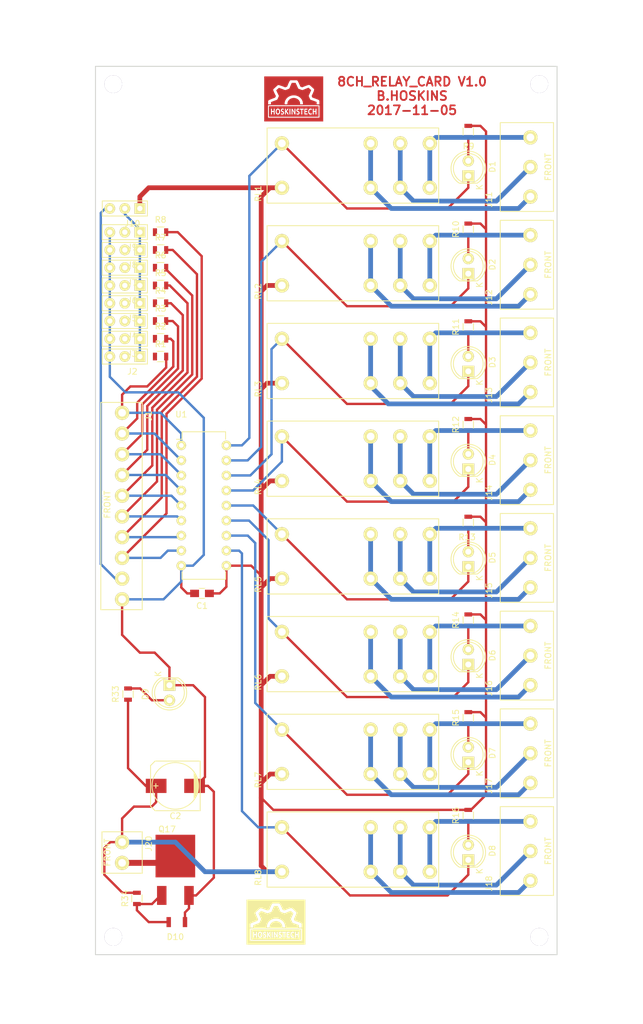
<source format=kicad_pcb>
(kicad_pcb (version 4) (host pcbnew 4.0.2+dfsg1-stable)
  (layers (0 F.Cu signal) (31 B.Cu signal) (34 B.Paste user) (35 F.Paste user) (36 B.SilkS user) (37 F.SilkS user) (38 B.Mask user) (39 F.Mask user) (44 Edge.Cuts user))
  (net 0 "")
  (net 1 +12V)
  (net 2 GND)
  (net 3 "Net-(D9-Pad2)")
  (net 4 "Net-(D10-Pad1)")
  (net 5 "Net-(J1-Pad1)")
  (net 6 "Net-(J1-Pad2)")
  (net 7 "Net-(J1-Pad3)")
  (net 8 "Net-(J1-Pad4)")
  (net 9 "Net-(J1-Pad5)")
  (net 10 "Net-(J1-Pad6)")
  (net 11 "Net-(J1-Pad8)")
  (net 12 +V_IO)
  (net 13 "Net-(J10-Pad2)")
  (net 14 "Net-(J2-Pad2)")
  (net 15 "Net-(J3-Pad2)")
  (net 16 "Net-(J4-Pad2)")
  (net 17 "Net-(J5-Pad2)")
  (net 18 "Net-(J6-Pad2)")
  (net 19 "Net-(J7-Pad2)")
  (net 20 "Net-(J8-Pad2)")
  (net 21 "Net-(J9-Pad2)")
  (net 22 RL1_NC)
  (net 23 RL1_COM)
  (net 24 RL1_NO)
  (net 25 RL2_NC)
  (net 26 RL2_COM)
  (net 27 RL2_NO)
  (net 28 RL3_NC)
  (net 29 RL3_COM)
  (net 30 RL3_NO)
  (net 31 RL4_NC)
  (net 32 RL4_COM)
  (net 33 RL4_NO)
  (net 34 RL5_NC)
  (net 35 RL5_COM)
  (net 36 RL5_NO)
  (net 37 RL6_NC)
  (net 38 RL6_COM)
  (net 39 RL6_NO)
  (net 40 RL7_NC)
  (net 41 RL7_COM)
  (net 42 RL7_NO)
  (net 43 RL8_NC)
  (net 44 RL8_COM)
  (net 45 RL8_NO)
  (net 46 "Net-(J20-Pad2)")
  (net 47 OUT1)
  (net 48 OUT2)
  (net 49 OUT3)
  (net 50 OUT4)
  (net 51 OUT5)
  (net 52 OUT6)
  (net 53 OUT7)
  (net 54 OUT8)
  (net 55 "Net-(J1-Pad7)")
  (net 56 "Net-(D1-Pad2)")
  (net 57 "Net-(D2-Pad2)")
  (net 58 "Net-(D3-Pad2)")
  (net 59 "Net-(D4-Pad2)")
  (net 60 "Net-(D5-Pad2)")
  (net 61 "Net-(D6-Pad2)")
  (net 62 "Net-(D7-Pad2)")
  (net 63 "Net-(D8-Pad2)")
  (module bjh-kicad-relays:RM85-2011-35-1012 (layer F.Cu) (at 75 61 90)
    (fp_text reference RL2 (at -1 -4 90) (layer F.SilkS))
    (fp_text value RM85-2011-35-1012 hide)
    (pad 1 thru_hole circle (at 0 0 90) (size 2.4 2.4) (drill 1.3) (layers *.Cu *.Mask F.SilkS) (net 1 +12V))
    (pad 2 thru_hole circle (at 7.5 0 90) (size 2.4 2.4) (drill 1.3) (layers *.Cu *.Mask F.SilkS) (net 48 OUT2))
    (pad 3 thru_hole circle (at 7.5 15 90) (size 2.4 2.4) (drill 1.3) (layers *.Cu *.Mask F.SilkS) (net 25 RL2_NC))
    (pad 4 thru_hole circle (at 7.5 20 90) (size 2.4 2.4) (drill 1.3) (layers *.Cu *.Mask F.SilkS) (net 26 RL2_COM))
    (pad 5 thru_hole circle (at 7.5 25 90) (size 2.4 2.4) (drill 1.3) (layers *.Cu *.Mask F.SilkS) (net 27 RL2_NO))
    (pad 6 thru_hole circle (at 0 15 90) (size 2.4 2.4) (drill 1.3) (layers *.Cu *.Mask F.SilkS) (net 25 RL2_NC))
    (pad 7 thru_hole circle (at 0 20 90) (size 2.4 2.4) (drill 1.3) (layers *.Cu *.Mask F.SilkS) (net 26 RL2_COM))
    (pad 8 thru_hole circle (at 0 25 90) (size 2.4 2.4) (drill 1.3) (layers *.Cu *.Mask F.SilkS) (net 27 RL2_NO))
  )
  (module bjh-kicad-relays:RM85-2011-35-1012 (layer F.Cu) (at 75 44.5 90)
    (fp_text reference RL1 (at -1 -4 90) (layer F.SilkS))
    (fp_text value RM85-2011-35-1012 hide)
    (pad 1 thru_hole circle (at 0 0 90) (size 2.4 2.4) (drill 1.3) (layers *.Cu *.Mask F.SilkS) (net 1 +12V))
    (pad 2 thru_hole circle (at 7.5 0 90) (size 2.4 2.4) (drill 1.3) (layers *.Cu *.Mask F.SilkS) (net 47 OUT1))
    (pad 3 thru_hole circle (at 7.5 15 90) (size 2.4 2.4) (drill 1.3) (layers *.Cu *.Mask F.SilkS) (net 22 RL1_NC))
    (pad 4 thru_hole circle (at 7.5 20 90) (size 2.4 2.4) (drill 1.3) (layers *.Cu *.Mask F.SilkS) (net 23 RL1_COM))
    (pad 5 thru_hole circle (at 7.5 25 90) (size 2.4 2.4) (drill 1.3) (layers *.Cu *.Mask F.SilkS) (net 24 RL1_NO))
    (pad 6 thru_hole circle (at 0 15 90) (size 2.4 2.4) (drill 1.3) (layers *.Cu *.Mask F.SilkS) (net 22 RL1_NC))
    (pad 7 thru_hole circle (at 0 20 90) (size 2.4 2.4) (drill 1.3) (layers *.Cu *.Mask F.SilkS) (net 23 RL1_COM))
    (pad 8 thru_hole circle (at 0 25 90) (size 2.4 2.4) (drill 1.3) (layers *.Cu *.Mask F.SilkS) (net 24 RL1_NO))
  )
  (module Capacitors_SMD:C_0805_HandSoldering (layer F.Cu) (at 61.5 113 180)
    (fp_text reference C1 (at 0 -2.1 180) (layer F.SilkS))
    (fp_text value 100n)
    (pad 1 smd rect (at -1.25 0 180) (size 1.5 1.25) (layers F.Cu F.Paste F.Mask) (net 1 +12V))
    (pad 2 smd rect (at 1.25 0 180) (size 1.5 1.25) (layers F.Cu F.Paste F.Mask) (net 2 GND))
  )
  (module Capacitors_SMD:c_elec_8x10.5 (layer F.Cu) (at 57 145.5 180)
    (fp_text reference C2 (at 0 -5.08 180) (layer F.SilkS))
    (fp_text value 100u)
    (pad 1 smd rect (at 3.2512 0 180) (size 3.50012 2.4003) (layers F.Cu F.Paste F.Mask) (net 1 +12V))
    (pad 2 smd rect (at -3.2512 0 180) (size 3.50012 2.4003) (layers F.Cu F.Paste F.Mask) (net 2 GND))
  )
  (module LEDs:LED-5MM (layer F.Cu) (at 56 128.5 270)
    (fp_text reference D9 (at 1.524 4.064 270) (layer F.SilkS))
    (fp_text value LED)
    (fp_text user K (at -1.905 1.905 270) (layer F.SilkS))
    (pad 1 thru_hole rect (at 0 0) (size 2 1.9) (drill 1.00076) (layers *.Cu *.Mask F.SilkS) (net 2 GND))
    (pad 2 thru_hole circle (at 2.54 0 270) (size 1.9 1.9) (drill 1.00076) (layers *.Cu *.Mask F.SilkS) (net 3 "Net-(D9-Pad2)"))
  )
  (module bjh-kicad-rcld-fp:BZT55 (layer F.Cu) (at 55.5 168.5)
    (fp_text reference D10 (at 1.5 2.5) (layer F.SilkS))
    (fp_text value BZT55C12 hide)
    (pad 1 smd rect (at 0.375 0) (size 0.75 1.7) (layers F.Cu F.Paste F.Mask) (net 4 "Net-(D10-Pad1)"))
    (pad 2 smd rect (at 3.125 0) (size 0.75 1.7) (layers F.Cu F.Paste F.Mask) (net 2 GND))
  )
  (module bjh-kicad-connector-fp:HEAD-1row-2.54mm-3way (layer F.Cu) (at 51 73 180)
    (fp_text reference J2 (at 1.27 -2.54 180) (layer F.SilkS))
    (fp_text value jmp_3way hide)
    (pad 1 thru_hole rect (at 0 0 180) (size 1.8 1.8) (drill 0.89) (layers *.Cu *.Mask F.SilkS) (net 13 "Net-(J10-Pad2)"))
    (pad 2 thru_hole circle (at 2.54 0 180) (size 1.8 1.8) (drill 0.89) (layers *.Cu *.Mask F.SilkS) (net 14 "Net-(J2-Pad2)"))
    (pad 3 thru_hole circle (at 5.08 0 180) (size 1.8 1.8) (drill 0.89) (layers *.Cu *.Mask F.SilkS) (net 2 GND))
  )
  (module bjh-kicad-connector-fp:HEAD-1row-2.54mm-3way (layer F.Cu) (at 51 70 180)
    (fp_text reference J3 (at 1.27 -2.54 180) (layer F.SilkS))
    (fp_text value jmp_3way hide)
    (pad 1 thru_hole rect (at 0 0 180) (size 1.8 1.8) (drill 0.89) (layers *.Cu *.Mask F.SilkS) (net 13 "Net-(J10-Pad2)"))
    (pad 2 thru_hole circle (at 2.54 0 180) (size 1.8 1.8) (drill 0.89) (layers *.Cu *.Mask F.SilkS) (net 15 "Net-(J3-Pad2)"))
    (pad 3 thru_hole circle (at 5.08 0 180) (size 1.8 1.8) (drill 0.89) (layers *.Cu *.Mask F.SilkS) (net 2 GND))
  )
  (module bjh-kicad-connector-fp:HEAD-1row-2.54mm-3way (layer F.Cu) (at 51 67 180)
    (fp_text reference J4 (at 1.27 -2.54 180) (layer F.SilkS))
    (fp_text value jmp_3way hide)
    (pad 1 thru_hole rect (at 0 0 180) (size 1.8 1.8) (drill 0.89) (layers *.Cu *.Mask F.SilkS) (net 13 "Net-(J10-Pad2)"))
    (pad 2 thru_hole circle (at 2.54 0 180) (size 1.8 1.8) (drill 0.89) (layers *.Cu *.Mask F.SilkS) (net 16 "Net-(J4-Pad2)"))
    (pad 3 thru_hole circle (at 5.08 0 180) (size 1.8 1.8) (drill 0.89) (layers *.Cu *.Mask F.SilkS) (net 2 GND))
  )
  (module bjh-kicad-connector-fp:HEAD-1row-2.54mm-3way (layer F.Cu) (at 51 64 180)
    (fp_text reference J5 (at 1.27 -2.54 180) (layer F.SilkS))
    (fp_text value jmp_3way hide)
    (pad 1 thru_hole rect (at 0 0 180) (size 1.8 1.8) (drill 0.89) (layers *.Cu *.Mask F.SilkS) (net 13 "Net-(J10-Pad2)"))
    (pad 2 thru_hole circle (at 2.54 0 180) (size 1.8 1.8) (drill 0.89) (layers *.Cu *.Mask F.SilkS) (net 17 "Net-(J5-Pad2)"))
    (pad 3 thru_hole circle (at 5.08 0 180) (size 1.8 1.8) (drill 0.89) (layers *.Cu *.Mask F.SilkS) (net 2 GND))
  )
  (module bjh-kicad-connector-fp:HEAD-1row-2.54mm-3way (layer F.Cu) (at 51 61 180)
    (fp_text reference J6 (at 1.27 -2.54 180) (layer F.SilkS))
    (fp_text value jmp_3way hide)
    (pad 1 thru_hole rect (at 0 0 180) (size 1.8 1.8) (drill 0.89) (layers *.Cu *.Mask F.SilkS) (net 13 "Net-(J10-Pad2)"))
    (pad 2 thru_hole circle (at 2.54 0 180) (size 1.8 1.8) (drill 0.89) (layers *.Cu *.Mask F.SilkS) (net 18 "Net-(J6-Pad2)"))
    (pad 3 thru_hole circle (at 5.08 0 180) (size 1.8 1.8) (drill 0.89) (layers *.Cu *.Mask F.SilkS) (net 2 GND))
  )
  (module bjh-kicad-connector-fp:HEAD-1row-2.54mm-3way (layer F.Cu) (at 51 58 180)
    (fp_text reference J7 (at 1.27 -2.54 180) (layer F.SilkS))
    (fp_text value jmp_3way hide)
    (pad 1 thru_hole rect (at 0 0 180) (size 1.8 1.8) (drill 0.89) (layers *.Cu *.Mask F.SilkS) (net 13 "Net-(J10-Pad2)"))
    (pad 2 thru_hole circle (at 2.54 0 180) (size 1.8 1.8) (drill 0.89) (layers *.Cu *.Mask F.SilkS) (net 19 "Net-(J7-Pad2)"))
    (pad 3 thru_hole circle (at 5.08 0 180) (size 1.8 1.8) (drill 0.89) (layers *.Cu *.Mask F.SilkS) (net 2 GND))
  )
  (module bjh-kicad-connector-fp:HEAD-1row-2.54mm-3way (layer F.Cu) (at 51 55 180)
    (fp_text reference J8 (at 1.27 -2.54 180) (layer F.SilkS))
    (fp_text value jmp_3way hide)
    (pad 1 thru_hole rect (at 0 0 180) (size 1.8 1.8) (drill 0.89) (layers *.Cu *.Mask F.SilkS) (net 13 "Net-(J10-Pad2)"))
    (pad 2 thru_hole circle (at 2.54 0 180) (size 1.8 1.8) (drill 0.89) (layers *.Cu *.Mask F.SilkS) (net 20 "Net-(J8-Pad2)"))
    (pad 3 thru_hole circle (at 5.08 0 180) (size 1.8 1.8) (drill 0.89) (layers *.Cu *.Mask F.SilkS) (net 2 GND))
  )
  (module bjh-kicad-connector-fp:HEAD-1row-2.54mm-3way (layer F.Cu) (at 51 52 180)
    (fp_text reference J9 (at 1.27 -2.54 180) (layer F.SilkS))
    (fp_text value jmp_3way hide)
    (pad 1 thru_hole rect (at 0 0 180) (size 1.8 1.8) (drill 0.89) (layers *.Cu *.Mask F.SilkS) (net 13 "Net-(J10-Pad2)"))
    (pad 2 thru_hole circle (at 2.54 0 180) (size 1.8 1.8) (drill 0.89) (layers *.Cu *.Mask F.SilkS) (net 21 "Net-(J9-Pad2)"))
    (pad 3 thru_hole circle (at 5.08 0 180) (size 1.8 1.8) (drill 0.89) (layers *.Cu *.Mask F.SilkS) (net 2 GND))
  )
  (module bjh-kicad-connector-fp:HEAD-1row-2.54mm-3way (layer F.Cu) (at 51 48 180)
    (fp_text reference J10 (at 1.27 -2.54 180) (layer F.SilkS))
    (fp_text value jmp_3way hide)
    (pad 1 thru_hole rect (at 0 0 180) (size 1.8 1.8) (drill 0.89) (layers *.Cu *.Mask F.SilkS) (net 1 +12V))
    (pad 2 thru_hole circle (at 2.54 0 180) (size 1.8 1.8) (drill 0.89) (layers *.Cu *.Mask F.SilkS) (net 13 "Net-(J10-Pad2)"))
    (pad 3 thru_hole circle (at 5.08 0 180) (size 1.8 1.8) (drill 0.89) (layers *.Cu *.Mask F.SilkS) (net 12 +V_IO))
  )
  (module bjh-kicad-connector-fp:TruConnect_21-1812 (layer F.Cu) (at 117 46 90)
    (fp_text reference J11 (at -0.5 -7 90) (layer F.SilkS))
    (fp_text value "TruConnect XY-305" hide)
    (fp_text user FRONT (at 5 3 90) (layer F.SilkS))
    (pad 1 thru_hole circle (at 0 0 90) (size 2.4 2.4) (drill 1.3) (layers *.Cu *.Mask F.SilkS) (net 22 RL1_NC))
    (pad 2 thru_hole circle (at 5 0 90) (size 2.4 2.4) (drill 1.3) (layers *.Cu *.Mask F.SilkS) (net 23 RL1_COM))
    (pad 3 thru_hole circle (at 10 0 90) (size 2.4 2.4) (drill 1.3) (layers *.Cu *.Mask F.SilkS) (net 24 RL1_NO))
  )
  (module bjh-kicad-connector-fp:TruConnect_21-1812 (layer F.Cu) (at 117 62.5 90)
    (fp_text reference J12 (at -0.5 -7 90) (layer F.SilkS))
    (fp_text value "TruConnect XY-305" hide)
    (fp_text user FRONT (at 5 3 90) (layer F.SilkS))
    (pad 1 thru_hole circle (at 0 0 90) (size 2.4 2.4) (drill 1.3) (layers *.Cu *.Mask F.SilkS) (net 25 RL2_NC))
    (pad 2 thru_hole circle (at 5 0 90) (size 2.4 2.4) (drill 1.3) (layers *.Cu *.Mask F.SilkS) (net 26 RL2_COM))
    (pad 3 thru_hole circle (at 10 0 90) (size 2.4 2.4) (drill 1.3) (layers *.Cu *.Mask F.SilkS) (net 27 RL2_NO))
  )
  (module bjh-kicad-connector-fp:TruConnect_21-1812 (layer F.Cu) (at 117 79 90)
    (fp_text reference J13 (at -0.5 -7 90) (layer F.SilkS))
    (fp_text value "TruConnect XY-305" hide)
    (fp_text user FRONT (at 5 3 90) (layer F.SilkS))
    (pad 1 thru_hole circle (at 0 0 90) (size 2.4 2.4) (drill 1.3) (layers *.Cu *.Mask F.SilkS) (net 28 RL3_NC))
    (pad 2 thru_hole circle (at 5 0 90) (size 2.4 2.4) (drill 1.3) (layers *.Cu *.Mask F.SilkS) (net 29 RL3_COM))
    (pad 3 thru_hole circle (at 10 0 90) (size 2.4 2.4) (drill 1.3) (layers *.Cu *.Mask F.SilkS) (net 30 RL3_NO))
  )
  (module bjh-kicad-connector-fp:TruConnect_21-1812 (layer F.Cu) (at 117 95.5 90)
    (fp_text reference J14 (at -0.5 -7 90) (layer F.SilkS))
    (fp_text value "TruConnect XY-305" hide)
    (fp_text user FRONT (at 5 3 90) (layer F.SilkS))
    (pad 1 thru_hole circle (at 0 0 90) (size 2.4 2.4) (drill 1.3) (layers *.Cu *.Mask F.SilkS) (net 31 RL4_NC))
    (pad 2 thru_hole circle (at 5 0 90) (size 2.4 2.4) (drill 1.3) (layers *.Cu *.Mask F.SilkS) (net 32 RL4_COM))
    (pad 3 thru_hole circle (at 10 0 90) (size 2.4 2.4) (drill 1.3) (layers *.Cu *.Mask F.SilkS) (net 33 RL4_NO))
  )
  (module bjh-kicad-connector-fp:TruConnect_21-1812 (layer F.Cu) (at 117 112 90)
    (fp_text reference J15 (at -0.5 -7 90) (layer F.SilkS))
    (fp_text value "TruConnect XY-305" hide)
    (fp_text user FRONT (at 5 3 90) (layer F.SilkS))
    (pad 1 thru_hole circle (at 0 0 90) (size 2.4 2.4) (drill 1.3) (layers *.Cu *.Mask F.SilkS) (net 34 RL5_NC))
    (pad 2 thru_hole circle (at 5 0 90) (size 2.4 2.4) (drill 1.3) (layers *.Cu *.Mask F.SilkS) (net 35 RL5_COM))
    (pad 3 thru_hole circle (at 10 0 90) (size 2.4 2.4) (drill 1.3) (layers *.Cu *.Mask F.SilkS) (net 36 RL5_NO))
  )
  (module bjh-kicad-connector-fp:TruConnect_21-1812 (layer F.Cu) (at 117 128.5 90)
    (fp_text reference J16 (at -0.5 -7 90) (layer F.SilkS))
    (fp_text value "TruConnect XY-305" hide)
    (fp_text user FRONT (at 5 3 90) (layer F.SilkS))
    (pad 1 thru_hole circle (at 0 0 90) (size 2.4 2.4) (drill 1.3) (layers *.Cu *.Mask F.SilkS) (net 37 RL6_NC))
    (pad 2 thru_hole circle (at 5 0 90) (size 2.4 2.4) (drill 1.3) (layers *.Cu *.Mask F.SilkS) (net 38 RL6_COM))
    (pad 3 thru_hole circle (at 10 0 90) (size 2.4 2.4) (drill 1.3) (layers *.Cu *.Mask F.SilkS) (net 39 RL6_NO))
  )
  (module bjh-kicad-connector-fp:TruConnect_21-1812 (layer F.Cu) (at 117 145 90)
    (fp_text reference J17 (at -0.5 -7 90) (layer F.SilkS))
    (fp_text value "TruConnect XY-305" hide)
    (fp_text user FRONT (at 5 3 90) (layer F.SilkS))
    (pad 1 thru_hole circle (at 0 0 90) (size 2.4 2.4) (drill 1.3) (layers *.Cu *.Mask F.SilkS) (net 40 RL7_NC))
    (pad 2 thru_hole circle (at 5 0 90) (size 2.4 2.4) (drill 1.3) (layers *.Cu *.Mask F.SilkS) (net 41 RL7_COM))
    (pad 3 thru_hole circle (at 10 0 90) (size 2.4 2.4) (drill 1.3) (layers *.Cu *.Mask F.SilkS) (net 42 RL7_NO))
  )
  (module bjh-kicad-connector-fp:TruConnect_21-1812 (layer F.Cu) (at 117 161.5 90)
    (fp_text reference J18 (at -0.5 -7 90) (layer F.SilkS))
    (fp_text value "TruConnect XY-305" hide)
    (fp_text user FRONT (at 5 3 90) (layer F.SilkS))
    (pad 1 thru_hole circle (at 0 0 90) (size 2.4 2.4) (drill 1.3) (layers *.Cu *.Mask F.SilkS) (net 43 RL8_NC))
    (pad 2 thru_hole circle (at 5 0 90) (size 2.4 2.4) (drill 1.3) (layers *.Cu *.Mask F.SilkS) (net 44 RL8_COM))
    (pad 3 thru_hole circle (at 10 0 90) (size 2.4 2.4) (drill 1.3) (layers *.Cu *.Mask F.SilkS) (net 45 RL8_NO))
  )
  (module bjh-kicad-connector-fp:TruConnect_21-3000 (layer F.Cu) (at 48 155 270)
    (fp_text reference J20 (at 0.25 -4.5 270) (layer F.SilkS))
    (fp_text value "TruConnect 21-3000" hide)
    (fp_text user FRONT (at 1.75 2.5 270) (layer F.SilkS))
    (pad 1 thru_hole circle (at 0 0 270) (size 2.4 2.4) (drill 1.3) (layers *.Cu *.Mask F.SilkS) (net 1 +12V))
    (pad 2 thru_hole circle (at 3.5 0 270) (size 2.4 2.4) (drill 1.3) (layers *.Cu *.Mask F.SilkS) (net 46 "Net-(J20-Pad2)"))
  )
  (module bjh-kicad-transistor-fp:DPAK_DGS (layer F.Cu) (at 57 164)
    (fp_text reference Q17 (at -1.397 -11.176) (layer F.SilkS))
    (fp_text value STD12NF06L hide)
    (pad 1 smd rect (at -2.3 0) (size 1.6 3.2) (layers F.Cu F.Paste F.Mask) (net 4 "Net-(D10-Pad1)"))
    (pad 3 smd rect (at 2.3 0) (size 1.6 3.2) (layers F.Cu F.Paste F.Mask) (net 2 GND))
    (pad 2 smd rect (at 0 -6.65) (size 6.7 7.2) (layers F.Cu F.Paste F.Mask) (net 46 "Net-(J20-Pad2)"))
  )
  (module Resistors_SMD:R_0805 (layer F.Cu) (at 54.5 73)
    (fp_text reference R1 (at 0 -2.1) (layer F.SilkS))
    (fp_text value 1k)
    (pad 1 smd rect (at -0.95 0) (size 0.7 1.3) (layers F.Cu F.Paste F.Mask) (net 14 "Net-(J2-Pad2)"))
    (pad 2 smd rect (at 0.95 0) (size 0.7 1.3) (layers F.Cu F.Paste F.Mask) (net 5 "Net-(J1-Pad1)"))
  )
  (module Resistors_SMD:R_0805 (layer F.Cu) (at 54.5 70)
    (fp_text reference R2 (at 0 -2.1) (layer F.SilkS))
    (fp_text value 1k)
    (pad 1 smd rect (at -0.95 0) (size 0.7 1.3) (layers F.Cu F.Paste F.Mask) (net 15 "Net-(J3-Pad2)"))
    (pad 2 smd rect (at 0.95 0) (size 0.7 1.3) (layers F.Cu F.Paste F.Mask) (net 6 "Net-(J1-Pad2)"))
  )
  (module Resistors_SMD:R_0805 (layer F.Cu) (at 54.5 67)
    (fp_text reference R3 (at 0 -2.1) (layer F.SilkS))
    (fp_text value 1k)
    (pad 1 smd rect (at -0.95 0) (size 0.7 1.3) (layers F.Cu F.Paste F.Mask) (net 16 "Net-(J4-Pad2)"))
    (pad 2 smd rect (at 0.95 0) (size 0.7 1.3) (layers F.Cu F.Paste F.Mask) (net 7 "Net-(J1-Pad3)"))
  )
  (module Resistors_SMD:R_0805 (layer F.Cu) (at 54.5 64)
    (fp_text reference R4 (at 0 -2.1) (layer F.SilkS))
    (fp_text value 1k)
    (pad 1 smd rect (at -0.95 0) (size 0.7 1.3) (layers F.Cu F.Paste F.Mask) (net 17 "Net-(J5-Pad2)"))
    (pad 2 smd rect (at 0.95 0) (size 0.7 1.3) (layers F.Cu F.Paste F.Mask) (net 8 "Net-(J1-Pad4)"))
  )
  (module Resistors_SMD:R_0805 (layer F.Cu) (at 54.5 61)
    (fp_text reference R5 (at 0 -2.1) (layer F.SilkS))
    (fp_text value 1k)
    (pad 1 smd rect (at -0.95 0) (size 0.7 1.3) (layers F.Cu F.Paste F.Mask) (net 18 "Net-(J6-Pad2)"))
    (pad 2 smd rect (at 0.95 0) (size 0.7 1.3) (layers F.Cu F.Paste F.Mask) (net 9 "Net-(J1-Pad5)"))
  )
  (module Resistors_SMD:R_0805 (layer F.Cu) (at 54.5 58)
    (fp_text reference R6 (at 0 -2.1) (layer F.SilkS))
    (fp_text value 1k)
    (pad 1 smd rect (at -0.95 0) (size 0.7 1.3) (layers F.Cu F.Paste F.Mask) (net 19 "Net-(J7-Pad2)"))
    (pad 2 smd rect (at 0.95 0) (size 0.7 1.3) (layers F.Cu F.Paste F.Mask) (net 10 "Net-(J1-Pad6)"))
  )
  (module Resistors_SMD:R_0805 (layer F.Cu) (at 54.5 55)
    (fp_text reference R7 (at 0 -2.1) (layer F.SilkS))
    (fp_text value 1k)
    (pad 1 smd rect (at -0.95 0) (size 0.7 1.3) (layers F.Cu F.Paste F.Mask) (net 20 "Net-(J8-Pad2)"))
    (pad 2 smd rect (at 0.95 0) (size 0.7 1.3) (layers F.Cu F.Paste F.Mask) (net 55 "Net-(J1-Pad7)"))
  )
  (module Resistors_SMD:R_0805 (layer F.Cu) (at 54.5 52)
    (fp_text reference R8 (at 0 -2.1) (layer F.SilkS))
    (fp_text value 1k)
    (pad 1 smd rect (at -0.95 0) (size 0.7 1.3) (layers F.Cu F.Paste F.Mask) (net 21 "Net-(J9-Pad2)"))
    (pad 2 smd rect (at 0.95 0) (size 0.7 1.3) (layers F.Cu F.Paste F.Mask) (net 11 "Net-(J1-Pad8)"))
  )
  (module Resistors_SMD:R_0805 (layer F.Cu) (at 106.5 35 90)
    (fp_text reference R9 (at -2.5 0.05 360) (layer F.SilkS))
    (fp_text value 470)
    (pad 1 smd rect (at -0.95 0 90) (size 0.7 1.3) (layers F.Cu F.Paste F.Mask) (net 56 "Net-(D1-Pad2)"))
    (pad 2 smd rect (at 0.95 0 90) (size 0.7 1.3) (layers F.Cu F.Paste F.Mask) (net 1 +12V))
  )
  (module Resistors_SMD:R_0805 (layer F.Cu) (at 106.5 51.5 90)
    (fp_text reference R10 (at 0 -2.1 90) (layer F.SilkS))
    (fp_text value 470)
    (pad 1 smd rect (at -0.95 0 90) (size 0.7 1.3) (layers F.Cu F.Paste F.Mask) (net 57 "Net-(D2-Pad2)"))
    (pad 2 smd rect (at 0.95 0 90) (size 0.7 1.3) (layers F.Cu F.Paste F.Mask) (net 1 +12V))
  )
  (module Resistors_SMD:R_0805 (layer F.Cu) (at 106.5 68 90)
    (fp_text reference R11 (at 0 -2.1 90) (layer F.SilkS))
    (fp_text value 470)
    (pad 1 smd rect (at -0.95 0 90) (size 0.7 1.3) (layers F.Cu F.Paste F.Mask) (net 58 "Net-(D3-Pad2)"))
    (pad 2 smd rect (at 0.95 0 90) (size 0.7 1.3) (layers F.Cu F.Paste F.Mask) (net 1 +12V))
  )
  (module Resistors_SMD:R_0805 (layer F.Cu) (at 106.5 84.5 90)
    (fp_text reference R12 (at 0 -2.1 90) (layer F.SilkS))
    (fp_text value 470)
    (pad 1 smd rect (at -0.95 0 90) (size 0.7 1.3) (layers F.Cu F.Paste F.Mask) (net 59 "Net-(D4-Pad2)"))
    (pad 2 smd rect (at 0.95 0 90) (size 0.7 1.3) (layers F.Cu F.Paste F.Mask) (net 1 +12V))
  )
  (module Resistors_SMD:R_0805 (layer F.Cu) (at 106.5 101 90)
    (fp_text reference R13 (at -2.5 -0.2 360) (layer F.SilkS))
    (fp_text value 470)
    (pad 1 smd rect (at -0.95 0 90) (size 0.7 1.3) (layers F.Cu F.Paste F.Mask) (net 60 "Net-(D5-Pad2)"))
    (pad 2 smd rect (at 0.95 0 90) (size 0.7 1.3) (layers F.Cu F.Paste F.Mask) (net 1 +12V))
  )
  (module Resistors_SMD:R_0805 (layer F.Cu) (at 106.5 117.5 90)
    (fp_text reference R14 (at 0 -2.1 90) (layer F.SilkS))
    (fp_text value 470)
    (pad 1 smd rect (at -0.95 0 90) (size 0.7 1.3) (layers F.Cu F.Paste F.Mask) (net 61 "Net-(D6-Pad2)"))
    (pad 2 smd rect (at 0.95 0 90) (size 0.7 1.3) (layers F.Cu F.Paste F.Mask) (net 1 +12V))
  )
  (module Resistors_SMD:R_0805 (layer F.Cu) (at 106.5 134 90)
    (fp_text reference R15 (at 0 -2.1 90) (layer F.SilkS))
    (fp_text value 470)
    (pad 1 smd rect (at -0.95 0 90) (size 0.7 1.3) (layers F.Cu F.Paste F.Mask) (net 62 "Net-(D7-Pad2)"))
    (pad 2 smd rect (at 0.95 0 90) (size 0.7 1.3) (layers F.Cu F.Paste F.Mask) (net 1 +12V))
  )
  (module Resistors_SMD:R_0805 (layer F.Cu) (at 106.5 150.5 90)
    (fp_text reference R16 (at 0 -2.1 90) (layer F.SilkS))
    (fp_text value 470)
    (pad 1 smd rect (at -0.95 0 90) (size 0.7 1.3) (layers F.Cu F.Paste F.Mask) (net 63 "Net-(D8-Pad2)"))
    (pad 2 smd rect (at 0.95 0 90) (size 0.7 1.3) (layers F.Cu F.Paste F.Mask) (net 1 +12V))
  )
  (module Resistors_SMD:R_0805 (layer F.Cu) (at 49 130 90)
    (fp_text reference R33 (at 0 -2.1 90) (layer F.SilkS))
    (fp_text value 470)
    (pad 1 smd rect (at -0.95 0 90) (size 0.7 1.3) (layers F.Cu F.Paste F.Mask) (net 1 +12V))
    (pad 2 smd rect (at 0.95 0 90) (size 0.7 1.3) (layers F.Cu F.Paste F.Mask) (net 3 "Net-(D9-Pad2)"))
  )
  (module Resistors_SMD:R_0805 (layer F.Cu) (at 50.5 164.5 270)
    (fp_text reference R34 (at 0 2 270) (layer F.SilkS))
    (fp_text value 10k)
    (pad 1 smd rect (at -0.95 0 270) (size 0.7 1.3) (layers F.Cu F.Paste F.Mask) (net 1 +12V))
    (pad 2 smd rect (at 0.95 0 270) (size 0.7 1.3) (layers F.Cu F.Paste F.Mask) (net 4 "Net-(D10-Pad1)"))
  )
  (module bjh-kicad-relays:RM85-2011-35-1012 (layer F.Cu) (at 75 77.5 90)
    (fp_text reference RL3 (at -1 -4 90) (layer F.SilkS))
    (fp_text value RM85-2011-35-1012 hide)
    (pad 1 thru_hole circle (at 0 0 90) (size 2.4 2.4) (drill 1.3) (layers *.Cu *.Mask F.SilkS) (net 1 +12V))
    (pad 2 thru_hole circle (at 7.5 0 90) (size 2.4 2.4) (drill 1.3) (layers *.Cu *.Mask F.SilkS) (net 49 OUT3))
    (pad 3 thru_hole circle (at 7.5 15 90) (size 2.4 2.4) (drill 1.3) (layers *.Cu *.Mask F.SilkS) (net 28 RL3_NC))
    (pad 4 thru_hole circle (at 7.5 20 90) (size 2.4 2.4) (drill 1.3) (layers *.Cu *.Mask F.SilkS) (net 29 RL3_COM))
    (pad 5 thru_hole circle (at 7.5 25 90) (size 2.4 2.4) (drill 1.3) (layers *.Cu *.Mask F.SilkS) (net 30 RL3_NO))
    (pad 6 thru_hole circle (at 0 15 90) (size 2.4 2.4) (drill 1.3) (layers *.Cu *.Mask F.SilkS) (net 28 RL3_NC))
    (pad 7 thru_hole circle (at 0 20 90) (size 2.4 2.4) (drill 1.3) (layers *.Cu *.Mask F.SilkS) (net 29 RL3_COM))
    (pad 8 thru_hole circle (at 0 25 90) (size 2.4 2.4) (drill 1.3) (layers *.Cu *.Mask F.SilkS) (net 30 RL3_NO))
  )
  (module bjh-kicad-relays:RM85-2011-35-1012 (layer F.Cu) (at 75 94 90)
    (fp_text reference RL4 (at -1 -4 90) (layer F.SilkS))
    (fp_text value RM85-2011-35-1012 hide)
    (pad 1 thru_hole circle (at 0 0 90) (size 2.4 2.4) (drill 1.3) (layers *.Cu *.Mask F.SilkS) (net 1 +12V))
    (pad 2 thru_hole circle (at 7.5 0 90) (size 2.4 2.4) (drill 1.3) (layers *.Cu *.Mask F.SilkS) (net 50 OUT4))
    (pad 3 thru_hole circle (at 7.5 15 90) (size 2.4 2.4) (drill 1.3) (layers *.Cu *.Mask F.SilkS) (net 31 RL4_NC))
    (pad 4 thru_hole circle (at 7.5 20 90) (size 2.4 2.4) (drill 1.3) (layers *.Cu *.Mask F.SilkS) (net 32 RL4_COM))
    (pad 5 thru_hole circle (at 7.5 25 90) (size 2.4 2.4) (drill 1.3) (layers *.Cu *.Mask F.SilkS) (net 33 RL4_NO))
    (pad 6 thru_hole circle (at 0 15 90) (size 2.4 2.4) (drill 1.3) (layers *.Cu *.Mask F.SilkS) (net 31 RL4_NC))
    (pad 7 thru_hole circle (at 0 20 90) (size 2.4 2.4) (drill 1.3) (layers *.Cu *.Mask F.SilkS) (net 32 RL4_COM))
    (pad 8 thru_hole circle (at 0 25 90) (size 2.4 2.4) (drill 1.3) (layers *.Cu *.Mask F.SilkS) (net 33 RL4_NO))
  )
  (module bjh-kicad-relays:RM85-2011-35-1012 (layer F.Cu) (at 75 110.5 90)
    (fp_text reference RL5 (at -1 -4 90) (layer F.SilkS))
    (fp_text value RM85-2011-35-1012 hide)
    (pad 1 thru_hole circle (at 0 0 90) (size 2.4 2.4) (drill 1.3) (layers *.Cu *.Mask F.SilkS) (net 1 +12V))
    (pad 2 thru_hole circle (at 7.5 0 90) (size 2.4 2.4) (drill 1.3) (layers *.Cu *.Mask F.SilkS) (net 51 OUT5))
    (pad 3 thru_hole circle (at 7.5 15 90) (size 2.4 2.4) (drill 1.3) (layers *.Cu *.Mask F.SilkS) (net 34 RL5_NC))
    (pad 4 thru_hole circle (at 7.5 20 90) (size 2.4 2.4) (drill 1.3) (layers *.Cu *.Mask F.SilkS) (net 35 RL5_COM))
    (pad 5 thru_hole circle (at 7.5 25 90) (size 2.4 2.4) (drill 1.3) (layers *.Cu *.Mask F.SilkS) (net 36 RL5_NO))
    (pad 6 thru_hole circle (at 0 15 90) (size 2.4 2.4) (drill 1.3) (layers *.Cu *.Mask F.SilkS) (net 34 RL5_NC))
    (pad 7 thru_hole circle (at 0 20 90) (size 2.4 2.4) (drill 1.3) (layers *.Cu *.Mask F.SilkS) (net 35 RL5_COM))
    (pad 8 thru_hole circle (at 0 25 90) (size 2.4 2.4) (drill 1.3) (layers *.Cu *.Mask F.SilkS) (net 36 RL5_NO))
  )
  (module bjh-kicad-relays:RM85-2011-35-1012 (layer F.Cu) (at 75 127 90)
    (fp_text reference RL6 (at -1 -4 90) (layer F.SilkS))
    (fp_text value RM85-2011-35-1012 hide)
    (pad 1 thru_hole circle (at 0 0 90) (size 2.4 2.4) (drill 1.3) (layers *.Cu *.Mask F.SilkS) (net 1 +12V))
    (pad 2 thru_hole circle (at 7.5 0 90) (size 2.4 2.4) (drill 1.3) (layers *.Cu *.Mask F.SilkS) (net 52 OUT6))
    (pad 3 thru_hole circle (at 7.5 15 90) (size 2.4 2.4) (drill 1.3) (layers *.Cu *.Mask F.SilkS) (net 37 RL6_NC))
    (pad 4 thru_hole circle (at 7.5 20 90) (size 2.4 2.4) (drill 1.3) (layers *.Cu *.Mask F.SilkS) (net 38 RL6_COM))
    (pad 5 thru_hole circle (at 7.5 25 90) (size 2.4 2.4) (drill 1.3) (layers *.Cu *.Mask F.SilkS) (net 39 RL6_NO))
    (pad 6 thru_hole circle (at 0 15 90) (size 2.4 2.4) (drill 1.3) (layers *.Cu *.Mask F.SilkS) (net 37 RL6_NC))
    (pad 7 thru_hole circle (at 0 20 90) (size 2.4 2.4) (drill 1.3) (layers *.Cu *.Mask F.SilkS) (net 38 RL6_COM))
    (pad 8 thru_hole circle (at 0 25 90) (size 2.4 2.4) (drill 1.3) (layers *.Cu *.Mask F.SilkS) (net 39 RL6_NO))
  )
  (module bjh-kicad-relays:RM85-2011-35-1012 (layer F.Cu) (at 75 143.5 90)
    (fp_text reference RL7 (at -1 -4 90) (layer F.SilkS))
    (fp_text value RM85-2011-35-1012 hide)
    (pad 1 thru_hole circle (at 0 0 90) (size 2.4 2.4) (drill 1.3) (layers *.Cu *.Mask F.SilkS) (net 1 +12V))
    (pad 2 thru_hole circle (at 7.5 0 90) (size 2.4 2.4) (drill 1.3) (layers *.Cu *.Mask F.SilkS) (net 53 OUT7))
    (pad 3 thru_hole circle (at 7.5 15 90) (size 2.4 2.4) (drill 1.3) (layers *.Cu *.Mask F.SilkS) (net 40 RL7_NC))
    (pad 4 thru_hole circle (at 7.5 20 90) (size 2.4 2.4) (drill 1.3) (layers *.Cu *.Mask F.SilkS) (net 41 RL7_COM))
    (pad 5 thru_hole circle (at 7.5 25 90) (size 2.4 2.4) (drill 1.3) (layers *.Cu *.Mask F.SilkS) (net 42 RL7_NO))
    (pad 6 thru_hole circle (at 0 15 90) (size 2.4 2.4) (drill 1.3) (layers *.Cu *.Mask F.SilkS) (net 40 RL7_NC))
    (pad 7 thru_hole circle (at 0 20 90) (size 2.4 2.4) (drill 1.3) (layers *.Cu *.Mask F.SilkS) (net 41 RL7_COM))
    (pad 8 thru_hole circle (at 0 25 90) (size 2.4 2.4) (drill 1.3) (layers *.Cu *.Mask F.SilkS) (net 42 RL7_NO))
  )
  (module bjh-kicad-relays:RM85-2011-35-1012 (layer F.Cu) (at 75 160 90)
    (fp_text reference RL8 (at -1 -4 90) (layer F.SilkS))
    (fp_text value RM85-2011-35-1012 hide)
    (pad 1 thru_hole circle (at 0 0 90) (size 2.4 2.4) (drill 1.3) (layers *.Cu *.Mask F.SilkS) (net 1 +12V))
    (pad 2 thru_hole circle (at 7.5 0 90) (size 2.4 2.4) (drill 1.3) (layers *.Cu *.Mask F.SilkS) (net 54 OUT8))
    (pad 3 thru_hole circle (at 7.5 15 90) (size 2.4 2.4) (drill 1.3) (layers *.Cu *.Mask F.SilkS) (net 43 RL8_NC))
    (pad 4 thru_hole circle (at 7.5 20 90) (size 2.4 2.4) (drill 1.3) (layers *.Cu *.Mask F.SilkS) (net 44 RL8_COM))
    (pad 5 thru_hole circle (at 7.5 25 90) (size 2.4 2.4) (drill 1.3) (layers *.Cu *.Mask F.SilkS) (net 45 RL8_NO))
    (pad 6 thru_hole circle (at 0 15 90) (size 2.4 2.4) (drill 1.3) (layers *.Cu *.Mask F.SilkS) (net 43 RL8_NC))
    (pad 7 thru_hole circle (at 0 20 90) (size 2.4 2.4) (drill 1.3) (layers *.Cu *.Mask F.SilkS) (net 44 RL8_COM))
    (pad 8 thru_hole circle (at 0 25 90) (size 2.4 2.4) (drill 1.3) (layers *.Cu *.Mask F.SilkS) (net 45 RL8_NO))
  )
  (module Housings_DIP:DIP-18_W7.62mm (layer F.Cu) (at 58 88)
    (fp_text reference U1 (at 0 -5.22) (layer F.SilkS))
    (fp_text value ULN2803)
    (pad 1 thru_hole oval (at 0 0) (size 1.6 1.6) (drill 0.8) (layers *.Cu *.Mask F.SilkS) (net 5 "Net-(J1-Pad1)"))
    (pad 2 thru_hole oval (at 0 2.54) (size 1.6 1.6) (drill 0.8) (layers *.Cu *.Mask F.SilkS) (net 6 "Net-(J1-Pad2)"))
    (pad 3 thru_hole oval (at 0 5.08) (size 1.6 1.6) (drill 0.8) (layers *.Cu *.Mask F.SilkS) (net 7 "Net-(J1-Pad3)"))
    (pad 4 thru_hole oval (at 0 7.62) (size 1.6 1.6) (drill 0.8) (layers *.Cu *.Mask F.SilkS) (net 8 "Net-(J1-Pad4)"))
    (pad 5 thru_hole oval (at 0 10.16) (size 1.6 1.6) (drill 0.8) (layers *.Cu *.Mask F.SilkS) (net 9 "Net-(J1-Pad5)"))
    (pad 6 thru_hole oval (at 0 12.7) (size 1.6 1.6) (drill 0.8) (layers *.Cu *.Mask F.SilkS) (net 10 "Net-(J1-Pad6)"))
    (pad 7 thru_hole oval (at 0 15.24) (size 1.6 1.6) (drill 0.8) (layers *.Cu *.Mask F.SilkS) (net 55 "Net-(J1-Pad7)"))
    (pad 8 thru_hole oval (at 0 17.78) (size 1.6 1.6) (drill 0.8) (layers *.Cu *.Mask F.SilkS) (net 11 "Net-(J1-Pad8)"))
    (pad 9 thru_hole oval (at 0 20.32) (size 1.6 1.6) (drill 0.8) (layers *.Cu *.Mask F.SilkS) (net 2 GND))
    (pad 10 thru_hole oval (at 7.62 20.32) (size 1.6 1.6) (drill 0.8) (layers *.Cu *.Mask F.SilkS) (net 1 +12V))
    (pad 11 thru_hole oval (at 7.62 17.78) (size 1.6 1.6) (drill 0.8) (layers *.Cu *.Mask F.SilkS) (net 54 OUT8))
    (pad 12 thru_hole oval (at 7.62 15.24) (size 1.6 1.6) (drill 0.8) (layers *.Cu *.Mask F.SilkS) (net 53 OUT7))
    (pad 13 thru_hole oval (at 7.62 12.7) (size 1.6 1.6) (drill 0.8) (layers *.Cu *.Mask F.SilkS) (net 52 OUT6))
    (pad 14 thru_hole oval (at 7.62 10.16) (size 1.6 1.6) (drill 0.8) (layers *.Cu *.Mask F.SilkS) (net 51 OUT5))
    (pad 15 thru_hole oval (at 7.62 7.62) (size 1.6 1.6) (drill 0.8) (layers *.Cu *.Mask F.SilkS) (net 50 OUT4))
    (pad 16 thru_hole oval (at 7.62 5.08) (size 1.6 1.6) (drill 0.8) (layers *.Cu *.Mask F.SilkS) (net 49 OUT3))
    (pad 17 thru_hole oval (at 7.62 2.54) (size 1.6 1.6) (drill 0.8) (layers *.Cu *.Mask F.SilkS) (net 48 OUT2))
    (pad 18 thru_hole oval (at 7.62 0) (size 1.6 1.6) (drill 0.8) (layers *.Cu *.Mask F.SilkS) (net 47 OUT1))
  )
  (module bjh-kicad-connector-fp:CamdenBossCTB3051_10BK (layer F.Cu) (at 48 82.5 270)
    (fp_text reference J1 (at 0.5 -4.5 270) (layer F.SilkS))
    (fp_text value "CamdenBoss CTB3051/10BK" hide)
    (fp_text user FRONT (at 15.5 2.5 270) (layer F.SilkS))
    (pad 1 thru_hole circle (at 0 0 270) (size 2.4 2.4) (drill 1.3) (layers *.Cu *.Mask F.SilkS) (net 5 "Net-(J1-Pad1)"))
    (pad 2 thru_hole circle (at 3.5 0 270) (size 2.4 2.4) (drill 1.3) (layers *.Cu *.Mask F.SilkS) (net 6 "Net-(J1-Pad2)"))
    (pad 3 thru_hole circle (at 7 0 270) (size 2.4 2.4) (drill 1.3) (layers *.Cu *.Mask F.SilkS) (net 7 "Net-(J1-Pad3)"))
    (pad 4 thru_hole circle (at 10.5 0 270) (size 2.4 2.4) (drill 1.3) (layers *.Cu *.Mask F.SilkS) (net 8 "Net-(J1-Pad4)"))
    (pad 5 thru_hole circle (at 14 0 270) (size 2.4 2.4) (drill 1.3) (layers *.Cu *.Mask F.SilkS) (net 9 "Net-(J1-Pad5)"))
    (pad 6 thru_hole circle (at 17.5 0 270) (size 2.4 2.4) (drill 1.3) (layers *.Cu *.Mask F.SilkS) (net 10 "Net-(J1-Pad6)"))
    (pad 8 thru_hole circle (at 24.5 0 270) (size 2.4 2.4) (drill 1.3) (layers *.Cu *.Mask F.SilkS) (net 11 "Net-(J1-Pad8)"))
    (pad 9 thru_hole circle (at 28 0 270) (size 2.4 2.4) (drill 1.3) (layers *.Cu *.Mask F.SilkS) (net 12 +V_IO))
    (pad 10 thru_hole circle (at 31.5 0 270) (size 2.4 2.4) (drill 1.3) (layers *.Cu *.Mask F.SilkS) (net 2 GND))
    (pad 7 thru_hole circle (at 21 0 270) (size 2.4 2.4) (drill 1.3) (layers *.Cu *.Mask F.SilkS) (net 55 "Net-(J1-Pad7)"))
  )
  (module LEDs:LED-5MM (layer F.Cu) (at 106.5 42.5 90)
    (fp_text reference D1 (at 1.524 4.064 90) (layer F.SilkS))
    (fp_text value LED)
    (fp_text user K (at -1.905 1.905 90) (layer F.SilkS))
    (pad 1 thru_hole rect (at 0 0 180) (size 2 1.9) (drill 1.00076) (layers *.Cu *.Mask F.SilkS) (net 47 OUT1))
    (pad 2 thru_hole circle (at 2.54 0 90) (size 1.9 1.9) (drill 1.00076) (layers *.Cu *.Mask F.SilkS) (net 56 "Net-(D1-Pad2)"))
  )
  (module LEDs:LED-5MM (layer F.Cu) (at 106.5 59 90)
    (fp_text reference D2 (at 1.524 4.064 90) (layer F.SilkS))
    (fp_text value LED)
    (fp_text user K (at -1.905 1.905 90) (layer F.SilkS))
    (pad 1 thru_hole rect (at 0 0 180) (size 2 1.9) (drill 1.00076) (layers *.Cu *.Mask F.SilkS) (net 48 OUT2))
    (pad 2 thru_hole circle (at 2.54 0 90) (size 1.9 1.9) (drill 1.00076) (layers *.Cu *.Mask F.SilkS) (net 57 "Net-(D2-Pad2)"))
  )
  (module LEDs:LED-5MM (layer F.Cu) (at 106.5 75.5 90)
    (fp_text reference D3 (at 1.524 4.064 90) (layer F.SilkS))
    (fp_text value LED)
    (fp_text user K (at -1.905 1.905 90) (layer F.SilkS))
    (pad 1 thru_hole rect (at 0 0 180) (size 2 1.9) (drill 1.00076) (layers *.Cu *.Mask F.SilkS) (net 49 OUT3))
    (pad 2 thru_hole circle (at 2.54 0 90) (size 1.9 1.9) (drill 1.00076) (layers *.Cu *.Mask F.SilkS) (net 58 "Net-(D3-Pad2)"))
  )
  (module LEDs:LED-5MM (layer F.Cu) (at 106.5 92 90)
    (fp_text reference D4 (at 1.524 4.064 90) (layer F.SilkS))
    (fp_text value LED)
    (fp_text user K (at -1.905 1.905 90) (layer F.SilkS))
    (pad 1 thru_hole rect (at 0 0 180) (size 2 1.9) (drill 1.00076) (layers *.Cu *.Mask F.SilkS) (net 50 OUT4))
    (pad 2 thru_hole circle (at 2.54 0 90) (size 1.9 1.9) (drill 1.00076) (layers *.Cu *.Mask F.SilkS) (net 59 "Net-(D4-Pad2)"))
  )
  (module LEDs:LED-5MM (layer F.Cu) (at 106.5 108.5 90)
    (fp_text reference D5 (at 1.524 4.064 90) (layer F.SilkS))
    (fp_text value LED)
    (fp_text user K (at -1.905 1.905 90) (layer F.SilkS))
    (pad 1 thru_hole rect (at 0 0 180) (size 2 1.9) (drill 1.00076) (layers *.Cu *.Mask F.SilkS) (net 51 OUT5))
    (pad 2 thru_hole circle (at 2.54 0 90) (size 1.9 1.9) (drill 1.00076) (layers *.Cu *.Mask F.SilkS) (net 60 "Net-(D5-Pad2)"))
  )
  (module LEDs:LED-5MM (layer F.Cu) (at 106.5 125 90)
    (fp_text reference D6 (at 1.524 4.064 90) (layer F.SilkS))
    (fp_text value LED)
    (fp_text user K (at -1.905 1.905 90) (layer F.SilkS))
    (pad 1 thru_hole rect (at 0 0 180) (size 2 1.9) (drill 1.00076) (layers *.Cu *.Mask F.SilkS) (net 52 OUT6))
    (pad 2 thru_hole circle (at 2.54 0 90) (size 1.9 1.9) (drill 1.00076) (layers *.Cu *.Mask F.SilkS) (net 61 "Net-(D6-Pad2)"))
  )
  (module LEDs:LED-5MM (layer F.Cu) (at 106.5 141.5 90)
    (fp_text reference D7 (at 1.524 4.064 90) (layer F.SilkS))
    (fp_text value LED)
    (fp_text user K (at -1.905 1.905 90) (layer F.SilkS))
    (pad 1 thru_hole rect (at 0 0 180) (size 2 1.9) (drill 1.00076) (layers *.Cu *.Mask F.SilkS) (net 53 OUT7))
    (pad 2 thru_hole circle (at 2.54 0 90) (size 1.9 1.9) (drill 1.00076) (layers *.Cu *.Mask F.SilkS) (net 62 "Net-(D7-Pad2)"))
  )
  (module LEDs:LED-5MM (layer F.Cu) (at 106.5 158 90)
    (fp_text reference D8 (at 1.524 4.064 90) (layer F.SilkS))
    (fp_text value LED)
    (fp_text user K (at -1.905 1.905 90) (layer F.SilkS))
    (pad 1 thru_hole rect (at 0 0 180) (size 2 1.9) (drill 1.00076) (layers *.Cu *.Mask F.SilkS) (net 54 OUT8))
    (pad 2 thru_hole circle (at 2.54 0 90) (size 1.9 1.9) (drill 1.00076) (layers *.Cu *.Mask F.SilkS) (net 63 "Net-(D8-Pad2)"))
  )
  (module bjh-kicad-mountingholes-fp:MountingHole_3-0mm (layer F.Cu) (at 46.5 27)
    (fp_text reference REF** hide)
    (fp_text value MountingHole_3-0mm hide)
    (pad 1 thru_hole circle (at 0 0) (size 3 3) (drill 3) (layers F.Cu))
  )
  (module bjh-kicad-mountingholes-fp:MountingHole_3-0mm (layer F.Cu) (at 118.5 27)
    (fp_text reference REF** hide)
    (fp_text value MountingHole_3-0mm hide)
    (pad 1 thru_hole circle (at 0 0) (size 3 3) (drill 3) (layers F.Cu))
  )
  (module bjh-kicad-mountingholes-fp:MountingHole_3-0mm (layer F.Cu) (at 46.5 171)
    (fp_text reference REF** hide)
    (fp_text value MountingHole_3-0mm hide)
    (pad 1 thru_hole circle (at 0 0) (size 3 3) (drill 3) (layers F.Cu))
  )
  (module bjh-kicad-mountingholes-fp:MountingHole_3-0mm (layer F.Cu) (at 118.5 171)
    (fp_text reference REF** hide)
    (fp_text value MountingHole_3-0mm hide)
    (pad 1 thru_hole circle (at 0 0) (size 3 3) (drill 3) (layers F.Cu))
  )
  (module bjh-kicad-logo-fp:logo_10mm_hoskins_tech_copper (layer F.Cu) (at 77 29.5)
    (fp_text reference G*** hide)
    (fp_text value LOGO hide)
    (fp_poly (pts (xy 4.979654 3.800593) (xy -4.979654 3.800593) (xy -4.979654 1.069309) (xy -4.344654 1.069309) (xy -4.344654 3.167161) (xy 4.358765 3.167161) (xy 4.358765 1.069309) (xy -4.344654 1.069309) (xy -4.979654 1.069309) (xy -4.979654 0.92663) (xy -4.32584 0.92663) (xy -3.842926 0.92663) (xy -3.842926 0.826918) (xy -1.543481 0.826918) (xy -1.541417 0.891539) (xy -1.540274 0.910559) (xy -1.539208 0.92663) (xy -1.05357 0.92663) (xy -1.0544 0.923102) (xy -1.055257 0.918143) (xy -1.056168 0.910548) (xy -1.057098 0.900817) (xy -1.058011 0.88945) (xy -1.058871 0.876946) (xy -1.059641 0.863803) (xy -1.060286 0.850522) (xy -1.060771 0.837602) (xy -1.060914 0.832556) (xy -1.060703 0.780462) (xy -1.05741 0.728782) (xy -1.051024 0.677444) (xy -1.041535 0.626375) (xy -1.028932 0.575502) (xy -1.01522 0.530735) (xy -0.996906 0.480777) (xy -0.975749 0.432032) (xy -0.951834 0.384582) (xy -0.925243 0.338513) (xy -0.89606 0.293908) (xy -0.864369 0.250851) (xy -0.830253 0.209427) (xy -0.793796 0.169719) (xy -0.755081 0.131811) (xy -0.714192 0.095788) (xy -0.671211 0.061733) (xy -0.626224 0.029731) (xy -0.579313 -0.000135) (xy -0.530561 -0.02778) (xy -0.480053 -0.05312) (xy -0.427871 -0.076072) (xy -0.402167 -0.086249) (xy -0.346197 -0.105952) (xy -0.289268 -0.122687) (xy -0.231481 -0.136437) (xy -0.172938 -0.147183) (xy -0.113741 -0.154908) (xy -0.053991 -0.159595) (xy 0.006208 -0.161226) (xy 0.032142 -0.160985) (xy 0.058912 -0.160262) (xy 0.083397 -0.159185) (xy 0.106434 -0.157684) (xy 0.128859 -0.15569) (xy 0.15151 -0.153133) (xy 0.175224 -0.149943) (xy 0.188148 -0.148028) (xy 0.245262 -0.137836) (xy 0.301581 -0.124806) (xy 0.35697 -0.109007) (xy 0.411293 -0.09051) (xy 0.464413 -0.069385) (xy 0.516195 -0.045703) (xy 0.566503 -0.019533) (xy 0.615201 0.009052) (xy 0.662153 0.039984) (xy 0.707222 0.073192) (xy 0.750274 0.108605) (xy 0.791172 0.146153) (xy 0.826925 0.182681) (xy 0.861656 0.221885) (xy 0.893519 0.261713) (xy 0.922769 0.302535) (xy 0.949666 0.344723) (xy 0.974464 0.388649) (xy 0.988583 0.416278) (xy 1.009345 0.461249) (xy 1.027337 0.506263) (xy 1.042672 0.551717) (xy 1.055463 0.598006) (xy 1.065823 0.645528) (xy 1.073865 0.69468) (xy 1.078216 0.730642) (xy 1.079227 0.742908) (xy 1.080008 0.757702) (xy 1.080559 0.774423) (xy 1.080883 0.792472) (xy 1.080982 0.811249) (xy 1.080857 0.830155) (xy 1.08051 0.848589) (xy 1.079943 0.865951) (xy 1.079157 0.881643) (xy 1.078156 0.895064) (xy 1.077703 0.899583) (xy 1.074745 0.92663) (xy 1.316514 0.92663) (xy 1.348749 0.926628) (xy 1.377995 0.926623) (xy 1.404395 0.926613) (xy 1.428097 0.926595) (xy 1.449245 0.926569) (xy 1.467985 0.926532) (xy 1.484463 0.926484) (xy 1.498824 0.926421) (xy 1.511213 0.926344) (xy 1.521777 0.926249) (xy 1.530661 0.926136) (xy 1.538011 0.926003) (xy 1.543971 0.925848) (xy 1.548689 0.925669) (xy 1.552308 0.925465) (xy 1.554975 0.925234) (xy 1.556835 0.924975) (xy 1.558035 0.924686) (xy 1.558719 0.924365) (xy 1.559033 0.92401) (xy 1.55908 0.923886) (xy 1.559811 0.919777) (xy 1.560489 0.912874) (xy 1.561104 0.90352) (xy 1.561646 0.892056) (xy 1.562106 0.878825) (xy 1.562473 0.864167) (xy 1.562739 0.848426) (xy 1.562894 0.831943) (xy 1.562928 0.81506) (xy 1.562832 0.798119) (xy 1.562769 0.792494) (xy 1.562433 0.770982) (xy 1.561983 0.751989) (xy 1.561379 0.734903) (xy 1.560584 0.719106) (xy 1.559558 0.703986) (xy 1.558262 0.688926) (xy 1.556658 0.673312) (xy 1.554707 0.65653) (xy 1.553693 0.648327) (xy 1.544198 0.585262) (xy 1.531643 0.522773) (xy 1.516069 0.460956) (xy 1.497514 0.399907) (xy 1.476018 0.339724) (xy 1.45162 0.280503) (xy 1.42436 0.222339) (xy 1.394278 0.165331) (xy 1.361412 0.109574) (xy 1.325803 0.055165) (xy 1.29188 0.008014) (xy 1.269796 -0.020801) (xy 1.248355 -0.047527) (xy 1.226901 -0.072918) (xy 1.204779 -0.097729) (xy 1.181334 -0.122714) (xy 1.155913 -0.148627) (xy 1.155575 -0.148966) (xy 1.128349 -0.175661) (xy 1.102057 -0.200323) (xy 1.075975 -0.22358) (xy 1.049379 -0.246061) (xy 1.021546 -0.268395) (xy 0.992647 -0.290539) (xy 0.936335 -0.330876) (xy 0.878197 -0.368708) (xy 0.818355 -0.403988) (xy 0.756929 -0.43667) (xy 0.694042 -0.466706) (xy 0.629813 -0.49405) (xy 0.564366 -0.518655) (xy 0.49782 -0.540474) (xy 0.430296 -0.55946) (xy 0.361917 -0.575567) (xy 0.292804 -0.588748) (xy 0.223077 -0.598956) (xy 0.181876 -0.603547) (xy 0.166262 -0.605064) (xy 0.152497 -0.606338) (xy 0.140073 -0.607394) (xy 0.128481 -0.608258) (xy 0.117213 -0.608956) (xy 0.10576 -0.609512) (xy 0.093613 -0.609952) (xy 0.080264 -0.610301) (xy 0.065204 -0.610585) (xy 0.047924 -0.610829) (xy 0.032142 -0.611013) (xy 0.001819 -0.61122) (xy -0.025949 -0.611123) (xy -0.051729 -0.610696) (xy -0.076089 -0.609908) (xy -0.099597 -0.608733) (xy -0.122822 -0.607142) (xy -0.146332 -0.605107) (xy -0.170694 -0.602599) (xy -0.195988 -0.59965) (xy -0.267251 -0.589392) (xy -0.33763 -0.576175) (xy -0.407051 -0.560027) (xy -0.475439 -0.540977) (xy -0.54272 -0.519054) (xy -0.60882 -0.494288) (xy -0.673664 -0.466707) (xy -0.737177 -0.43634) (xy -0.799286 -0.403216) (xy -0.859916 -0.367365) (xy -0.918992 -0.328815) (xy -0.95465 -0.303685) (xy -1.00181 -0.268004) (xy -1.047514 -0.230396) (xy -1.092226 -0.190461) (xy -1.136411 -0.1478) (xy -1.137513 -0.146696) (xy -1.183605 -0.098318) (xy -1.227153 -0.048273) (xy -1.268109 0.003358) (xy -1.306421 0.056495) (xy -1.34204 0.111058) (xy -1.374916 0.166967) (xy -1.404999 0.224143) (xy -1.43224 0.282505) (xy -1.456587 0.341973) (xy -1.475566 0.395111) (xy -1.49423 0.455689) (xy -1.509874 0.516376) (xy -1.522518 0.577329) (xy -1.532181 0.638704) (xy -1.538883 0.700656) (xy -1.542643 0.763343) (xy -1.543481 0.826918) (xy -3.842926 0.826918) (xy -3.842926 0.542846) (xy -3.820584 0.533015) (xy -3.797806 0.523124) (xy -3.77223 0.512259) (xy -3.74402 0.500483) (xy -3.713336 0.487859) (xy -3.680342 0.474449) (xy -3.6452 0.460316) (xy -3.608072 0.445523) (xy -3.569119 0.430132) (xy -3.528505 0.414205) (xy -3.486392 0.397807) (xy -3.442942 0.380998) (xy -3.398316 0.363842) (xy -3.352678 0.346402) (xy -3.306189 0.32874) (xy -3.259013 0.310919) (xy -3.21131 0.293002) (xy -3.163243 0.27505) (xy -3.114976 0.257128) (xy -3.066668 0.239297) (xy -3.018484 0.22162) (xy -2.970586 0.20416) (xy -2.946087 0.195274) (xy -2.925813 0.18788) (xy -2.907262 0.181005) (xy -2.890636 0.174727) (xy -2.876135 0.169123) (xy -2.863964 0.164273) (xy -2.854322 0.160255) (xy -2.847412 0.157146) (xy -2.846447 0.156675) (xy -2.824166 0.143996) (xy -2.803412 0.128904) (xy -2.784497 0.111704) (xy -2.767732 0.092701) (xy -2.753431 0.072196) (xy -2.745904 0.058796) (xy -2.743837 0.054586) (xy -2.740625 0.04781) (xy -2.73635 0.038655) (xy -2.731098 0.027305) (xy -2.72495 0.013945) (xy -2.717991 -0.001242) (xy -2.710303 -0.018069) (xy -2.70197 -0.036352) (xy -2.693075 -0.055907) (xy -2.683701 -0.076548) (xy -2.673932 -0.098092) (xy -2.663851 -0.120353) (xy -2.653541 -0.143146) (xy -2.643086 -0.166287) (xy -2.632569 -0.189592) (xy -2.622073 -0.212875) (xy -2.611681 -0.235952) (xy -2.601477 -0.258638) (xy -2.591545 -0.280748) (xy -2.581967 -0.302097) (xy -2.572826 -0.322502) (xy -2.564206 -0.341777) (xy -2.556191 -0.359737) (xy -2.548864 -0.376198) (xy -2.542307 -0.390975) (xy -2.536604 -0.403883) (xy -2.531839 -0.414738) (xy -2.528095 -0.423354) (xy -2.525455 -0.429548) (xy -2.524002 -0.433134) (xy -2.523795 -0.433721) (xy -2.52022 -0.445745) (xy -2.517618 -0.456301) (xy -2.515852 -0.466342) (xy -2.514784 -0.476817) (xy -2.514278 -0.488679) (xy -2.514185 -0.50016) (xy -2.514408 -0.514311) (xy -2.515106 -0.526275) (xy -2.516415 -0.536982) (xy -2.518469 -0.547363) (xy -2.521404 -0.558348) (xy -2.523745 -0.56593) (xy -2.525004 -0.56907) (xy -2.52757 -0.574789) (xy -2.531336 -0.582864) (xy -2.536194 -0.593074) (xy -2.542037 -0.605199) (xy -2.548757 -0.619018) (xy -2.556246 -0.634309) (xy -2.564398 -0.650852) (xy -2.573105 -0.668426) (xy -2.582259 -0.686809) (xy -2.591639 -0.705555) (xy -2.621778 -0.765823) (xy -2.651101 -0.824831) (xy -2.679557 -0.882474) (xy -2.707096 -0.938645) (xy -2.733668 -0.993238) (xy -2.759222 -1.046146) (xy -2.783708 -1.097265) (xy -2.807075 -1.146486) (xy -2.829273 -1.193704) (xy -2.850251 -1.238812) (xy -2.869958 -1.281705) (xy -2.888345 -1.322275) (xy -2.905361 -1.360417) (xy -2.920955 -1.396024) (xy -2.934478 -1.427574) (xy -2.939294 -1.439069) (xy -2.942907 -1.447996) (xy -2.945416 -1.454636) (xy -2.94692 -1.459274) (xy -2.947519 -1.462193) (xy -2.947311 -1.463676) (xy -2.947193 -1.463815) (xy -2.945858 -1.465035) (xy -2.942319 -1.468264) (xy -2.936693 -1.473396) (xy -2.929093 -1.480328) (xy -2.919635 -1.488955) (xy -2.908433 -1.499171) (xy -2.895601 -1.510873) (xy -2.881254 -1.523957) (xy -2.865507 -1.538317) (xy -2.848475 -1.553849) (xy -2.830271 -1.570449) (xy -2.811011 -1.588011) (xy -2.79081 -1.606433) (xy -2.769781 -1.625608) (xy -2.74804 -1.645433) (xy -2.728148 -1.66357) (xy -2.705835 -1.683916) (xy -2.684112 -1.703724) (xy -2.663097 -1.722887) (xy -2.642905 -1.741299) (xy -2.623652 -1.758855) (xy -2.605454 -1.775449) (xy -2.588428 -1.790976) (xy -2.572688 -1.805328) (xy -2.558352 -1.818401) (xy -2.545536 -1.830089) (xy -2.534355 -1.840286) (xy -2.524925 -1.848885) (xy -2.517363 -1.855782) (xy -2.511784 -1.86087) (xy -2.508305 -1.864044) (xy -2.507074 -1.865168) (xy -2.503154 -1.868758) (xy -2.438087 -1.847096) (xy -2.402816 -1.835222) (xy -2.364836 -1.822186) (xy -2.324325 -1.808054) (xy -2.281459 -1.792892) (xy -2.236416 -1.776765) (xy -2.189372 -1.759739) (xy -2.140505 -1.741879) (xy -2.089992 -1.723251) (xy -2.03801 -1.703922) (xy -1.984736 -1.683955) (xy -1.930346 -1.663418) (xy -1.875018 -1.642375) (xy -1.81893 -1.620893) (xy -1.762258 -1.599036) (xy -1.705178 -1.576871) (xy -1.647869 -1.554463) (xy -1.636105 -1.549844) (xy -1.6208 -1.543832) (xy -1.605378 -1.537777) (xy -1.590291 -1.531855) (xy -1.575991 -1.526245) (xy -1.562931 -1.521124) (xy -1.551563 -1.516668) (xy -1.542339 -1.513057) (xy -1.537327 -1.511098) (xy -1.527052 -1.507218) (xy -1.516353 -1.50341) (xy -1.506114 -1.499972) (xy -1.497217 -1.497204) (xy -1.491858 -1.495721) (xy -1.464902 -1.490519) (xy -1.437315 -1.488303) (xy -1.409407 -1.48907) (xy -1.38149 -1.492815) (xy -1.361337 -1.497414) (xy -1.358243 -1.498411) (xy -1.352405 -1.500464) (xy -1.344009 -1.503502) (xy -1.333239 -1.507454) (xy -1.320278 -1.512252) (xy -1.30531 -1.517825) (xy -1.288519 -1.524102) (xy -1.27009 -1.531015) (xy -1.250207 -1.538493) (xy -1.229052 -1.546465) (xy -1.206812 -1.554863) (xy -1.183669 -1.563615) (xy -1.159807 -1.572653) (xy -1.135411 -1.581905) (xy -1.110665 -1.591302) (xy -1.085752 -1.600775) (xy -1.060857 -1.610252) (xy -1.036163 -1.619664) (xy -1.011855 -1.628941) (xy -0.988117 -1.638013) (xy -0.965132 -1.64681) (xy -0.943085 -1.655262) (xy -0.92216 -1.663299) (xy -0.902541 -1.670851) (xy -0.884411 -1.677847) (xy -0.867956 -1.684219) (xy -0.853358 -1.689895) (xy -0.840802 -1.694806) (xy -0.830471 -1.698882) (xy -0.822551 -1.702053) (xy -0.817225 -1.704249) (xy -0.814871 -1.705299) (xy -0.792841 -1.717917) (xy -0.772271 -1.732851) (xy -0.753501 -1.749773) (xy -0.73687 -1.768356) (xy -0.722719 -1.788272) (xy -0.715265 -1.801288) (xy -0.713028 -1.805926) (xy -0.709805 -1.813102) (xy -0.705755 -1.822437) (xy -0.701039 -1.833551) (xy -0.695816 -1.846063) (xy -0.690248 -1.859593) (xy -0.684494 -1.873763) (xy -0.680452 -1.883833) (xy -0.662107 -1.929565) (xy -0.643367 -1.975907) (xy -0.624318 -2.022654) (xy -0.60505 -2.0696) (xy -0.58565 -2.116538) (xy -0.566205 -2.163263) (xy -0.546804 -2.209568) (xy -0.527535 -2.255248) (xy -0.508485 -2.300095) (xy -0.489743 -2.343905) (xy -0.471396 -2.386471) (xy -0.453532 -2.427588) (xy -0.436239 -2.467048) (xy -0.419605 -2.504646) (xy -0.403719 -2.540175) (xy -0.388667 -2.573431) (xy -0.374538 -2.604206) (xy -0.361419 -2.632294) (xy -0.359096 -2.63721) (xy -0.353946 -2.648082) (xy -0.348646 -2.659271) (xy -0.343541 -2.670044) (xy -0.338978 -2.679672) (xy -0.335304 -2.687424) (xy -0.334394 -2.689342) (xy -0.325658 -2.707765) (xy 0.310338 -2.707765) (xy 0.316651 -2.696398) (xy 0.31938 -2.691311) (xy 0.32332 -2.683718) (xy 0.328316 -2.673933) (xy 0.33421 -2.662272) (xy 0.340848 -2.649049) (xy 0.348073 -2.634581) (xy 0.355729 -2.619181) (xy 0.363659 -2.603166) (xy 0.371708 -2.586851) (xy 0.379719 -2.57055) (xy 0.387536 -2.554579) (xy 0.395004 -2.539252) (xy 0.401966 -2.524886) (xy 0.408265 -2.511795) (xy 0.41239 -2.503154) (xy 0.434567 -2.456226) (xy 0.457725 -2.406712) (xy 0.481711 -2.354952) (xy 0.506372 -2.301283) (xy 0.531556 -2.246043) (xy 0.55711 -2.189572) (xy 0.582882 -2.132207) (xy 0.608717 -2.074288) (xy 0.634464 -2.016151) (xy 0.659971 -1.958136) (xy 0.685083 -1.900581) (xy 0.700959 -1.863954) (xy 0.706093 -1.852128) (xy 0.711061 -1.840773) (xy 0.715667 -1.830331) (xy 0.719715 -1.821246) (xy 0.723007 -1.81396) (xy 0.725348 -1.808916) (xy 0.726031 -1.80751) (xy 0.737575 -1.787661) (xy 0.751823 -1.768599) (xy 0.76837 -1.750698) (xy 0.786813 -1.734334) (xy 0.806746 -1.719881) (xy 0.827766 -1.707714) (xy 0.839811 -1.702061) (xy 0.84258 -1.700947) (xy 0.848127 -1.698788) (xy 0.856293 -1.695643) (xy 0.866921 -1.691574) (xy 0.879852 -1.686639) (xy 0.89493 -1.680898) (xy 0.911997 -1.674412) (xy 0.930894 -1.667239) (xy 0.951465 -1.659441) (xy 0.973552 -1.651076) (xy 0.996996 -1.642204) (xy 1.021641 -1.632886) (xy 1.047328 -1.623181) (xy 1.073901 -1.613149) (xy 1.1012 -1.60285) (xy 1.110368 -1.599393) (xy 1.148355 -1.585084) (xy 1.183579 -1.571844) (xy 1.216024 -1.559678) (xy 1.245678 -1.548592) (xy 1.272528 -1.53859) (xy 1.29656 -1.529677) (xy 1.31776 -1.521859) (xy 1.336115 -1.515139) (xy 1.351612 -1.509523) (xy 1.364237 -1.505017) (xy 1.373977 -1.501624) (xy 1.380819 -1.49935) (xy 1.384748 -1.498201) (xy 1.384751 -1.4982) (xy 1.410289 -1.493554) (xy 1.436477 -1.491473) (xy 1.462723 -1.491937) (xy 1.488439 -1.494924) (xy 1.513032 -1.500413) (xy 1.521559 -1.503018) (xy 1.525653 -1.504502) (xy 1.532267 -1.507071) (xy 1.541038 -1.510575) (xy 1.551603 -1.514866) (xy 1.563598 -1.519797) (xy 1.576659 -1.525218) (xy 1.590423 -1.530981) (xy 1.600043 -1.535039) (xy 1.658075 -1.559518) (xy 1.715654 -1.583661) (xy 1.772642 -1.607411) (xy 1.828899 -1.630714) (xy 1.884286 -1.653514) (xy 1.938664 -1.675755) (xy 1.991892 -1.697382) (xy 2.043832 -1.718339) (xy 2.094345 -1.738571) (xy 2.143291 -1.758022) (xy 2.19053 -1.776637) (xy 2.235924 -1.79436) (xy 2.279333 -1.811135) (xy 2.320618 -1.826908) (xy 2.35964 -1.841622) (xy 2.396259 -1.855222) (xy 2.430335 -1.867652) (xy 2.46173 -1.878858) (xy 2.469235 -1.881493) (xy 2.4996 -1.892118) (xy 2.722059 -1.688943) (xy 2.744581 -1.668367) (xy 2.766475 -1.648351) (xy 2.787631 -1.628997) (xy 2.807936 -1.610408) (xy 2.827279 -1.592688) (xy 2.845547 -1.575938) (xy 2.862628 -1.560262) (xy 2.878412 -1.545763) (xy 2.892785 -1.532544) (xy 2.905635 -1.520707) (xy 2.916852 -1.510355) (xy 2.926323 -1.501592) (xy 2.933935 -1.49452) (xy 2.939578 -1.489241) (xy 2.943139 -1.48586) (xy 2.944507 -1.484479) (xy 2.944518 -1.484454) (xy 2.943962 -1.482709) (xy 2.94239 -1.478435) (xy 2.939951 -1.472013) (xy 2.93679 -1.463827) (xy 2.933055 -1.454259) (xy 2.928892 -1.443692) (xy 2.928234 -1.44203) (xy 2.915928 -1.411337) (xy 2.902282 -1.377999) (xy 2.887368 -1.342173) (xy 2.871253 -1.304017) (xy 2.854009 -1.263688) (xy 2.835705 -1.221342) (xy 2.81641 -1.177136) (xy 2.796195 -1.131228) (xy 2.775128 -1.083774) (xy 2.753281 -1.034932) (xy 2.730721 -0.984859) (xy 2.70752 -0.933711) (xy 2.683747 -0.881645) (xy 2.659471 -0.828819) (xy 2.634762 -0.77539) (xy 2.609691 -0.721514) (xy 2.584326 -0.667348) (xy 2.583124 -0.66479) (xy 2.576108 -0.649811) (xy 2.569385 -0.635361) (xy 2.563095 -0.621751) (xy 2.557379 -0.609288) (xy 2.552378 -0.598282) (xy 2.548232 -0.589042) (xy 2.545083 -0.581876) (xy 2.54307 -0.577095) (xy 2.542567 -0.575786) (xy 2.537653 -0.560071) (xy 2.53429 -0.544307) (xy 2.532328 -0.527557) (xy 2.531619 -0.508882) (xy 2.531611 -0.507216) (xy 2.531983 -0.490114) (xy 2.533278 -0.475019) (xy 2.535648 -0.460896) (xy 2.539244 -0.446714) (xy 2.541637 -0.439012) (xy 2.542967 -0.435496) (xy 2.545507 -0.429341) (xy 2.549172 -0.420732) (xy 2.553879 -0.409851) (xy 2.559545 -0.396885) (xy 2.566087 -0.382017) (xy 2.573421 -0.365432) (xy 2.581465 -0.347313) (xy 2.590135 -0.327847) (xy 2.599347 -0.307216) (xy 2.609019 -0.285605) (xy 2.619068 -0.263199) (xy 2.629409 -0.240183) (xy 2.63996 -0.216739) (xy 2.650638 -0.193054) (xy 2.661358 -0.16931) (xy 2.672039 -0.145694) (xy 2.682597 -0.122388) (xy 2.692948 -0.099578) (xy 2.70301 -0.077447) (xy 2.712698 -0.056181) (xy 2.721931 -0.035963) (xy 2.730623 -0.016978) (xy 2.738694 0.000589) (xy 2.746058 0.016555) (xy 2.752633 0.030735) (xy 2.758335 0.042944) (xy 2.763082 0.052998) (xy 2.76679 0.060713) (xy 2.769376 0.065905) (xy 2.770628 0.068193) (xy 2.784041 0.087036) (xy 2.799929 0.105023) (xy 2.817636 0.121485) (xy 2.836509 0.135756) (xy 2.837849 0.13665) (xy 2.842884 0.139902) (xy 2.847935 0.142962) (xy 2.853232 0.145921) (xy 2.859008 0.148872) (xy 2.865493 0.151903) (xy 2.872916 0.155107) (xy 2.88151 0.158573) (xy 2.891505 0.162394) (xy 2.903131 0.166659) (xy 2.916619 0.17146) (xy 2.932201 0.176887) (xy 2.950107 0.183031) (xy 2.970568 0.189984) (xy 2.989987 0.196545) (xy 3.056276 0.218976) (xy 3.121246 0.241109) (xy 3.184782 0.262904) (xy 3.246766 0.284319) (xy 3.307084 0.305311) (xy 3.365617 0.325839) (xy 3.42225 0.345862) (xy 3.476866 0.365338) (xy 3.529348 0.384225) (xy 3.579581 0.402483) (xy 3.627448 0.420068) (xy 3.672832 0.43694) (xy 3.715616 0.453057) (xy 3.755686 0.468377) (xy 3.792923 0.482859) (xy 3.809608 0.489441) (xy 3.864876 0.511354) (xy 3.864876 0.92663) (xy 4.346222 0.92663) (xy 4.346222 0.637518) (xy 4.346213 0.597338) (xy 4.346185 0.559836) (xy 4.34614 0.525049) (xy 4.346076 0.493011) (xy 4.345995 0.463761) (xy 4.345897 0.437334) (xy 4.345781 0.413767) (xy 4.345648 0.393096) (xy 4.345498 0.375358) (xy 4.345331 0.360589) (xy 4.345148 0.348824) (xy 4.344949 0.340102) (xy 4.344733 0.334458) (xy 4.3446 0.332601) (xy 4.341475 0.3123) (xy 4.336331 0.293648) (xy 4.328978 0.27632) (xy 4.319227 0.259987) (xy 4.306887 0.244324) (xy 4.291769 0.229004) (xy 4.277029 0.216358) (xy 4.262573 0.205313) (xy 4.246364 0.194043) (xy 4.228323 0.182511) (xy 4.208367 0.17068) (xy 4.186415 0.158514) (xy 4.162387 0.145976) (xy 4.136202 0.13303) (xy 4.107778 0.119637) (xy 4.077034 0.105763) (xy 4.04389 0.09137) (xy 4.008264 0.076421) (xy 3.970076 0.06088) (xy 3.929244 0.044709) (xy 3.885688 0.027873) (xy 3.839326 0.010334) (xy 3.790077 -0.007944) (xy 3.749638 -0.022726) (xy 3.727691 -0.030685) (xy 3.706179 -0.038453) (xy 3.684915 -0.046095) (xy 3.663712 -0.053676) (xy 3.642381 -0.061262) (xy 3.620736 -0.068916) (xy 3.598589 -0.076705) (xy 3.575751 -0.084692) (xy 3.552037 -0.092943) (xy 3.527257 -0.101523) (xy 3.501225 -0.110496) (xy 3.473753 -0.119928) (xy 3.444653 -0.129884) (xy 3.413738 -0.140427) (xy 3.38082 -0.151624) (xy 3.345712 -0.163539) (xy 3.308226 -0.176237) (xy 3.268175 -0.189783) (xy 3.225371 -0.204242) (xy 3.217077 -0.207042) (xy 3.159591 -0.226446) (xy 3.035113 -0.503716) (xy 3.040585 -0.515657) (xy 3.04217 -0.519086) (xy 3.044961 -0.525089) (xy 3.048835 -0.533403) (xy 3.053668 -0.543763) (xy 3.059336 -0.555903) (xy 3.065715 -0.569559) (xy 3.072683 -0.584467) (xy 3.080115 -0.600361) (xy 3.087888 -0.616976) (xy 3.092653 -0.62716) (xy 3.122025 -0.6901) (xy 3.149957 -0.750335) (xy 3.176476 -0.80793) (xy 3.201608 -0.862954) (xy 3.225381 -0.915473) (xy 3.247821 -0.965554) (xy 3.268954 -1.013263) (xy 3.288807 -1.058666) (xy 3.307407 -1.101832) (xy 3.324779 -1.142826) (xy 3.340952 -1.181715) (xy 3.355951 -1.218566) (xy 3.369802 -1.253446) (xy 3.382534 -1.28642) (xy 3.394171 -1.317557) (xy 3.404741 -1.346923) (xy 3.41427 -1.374584) (xy 3.422784 -1.400607) (xy 3.430312 -1.425059) (xy 3.436878 -1.448006) (xy 3.442509 -1.469516) (xy 3.447233 -1.489655) (xy 3.451076 -1.508489) (xy 3.454063 -1.526086) (xy 3.455761 -1.538529) (xy 3.456599 -1.548291) (xy 3.457017 -1.559648) (xy 3.457041 -1.571883) (xy 3.456697 -1.584274) (xy 3.456011 -1.596103) (xy 3.455008 -1.606651) (xy 3.453715 -1.615197) (xy 3.452869 -1.618858) (xy 3.446482 -1.63744) (xy 3.437897 -1.654793) (xy 3.426802 -1.67146) (xy 3.413828 -1.686964) (xy 3.411968 -1.688786) (xy 3.407891 -1.692627) (xy 3.401699 -1.698393) (xy 3.393494 -1.705991) (xy 3.383377 -1.715328) (xy 3.371451 -1.726311) (xy 3.357816 -1.738848) (xy 3.342576 -1.752845) (xy 3.325831 -1.768208) (xy 3.307684 -1.784846) (xy 3.288236 -1.802665) (xy 3.267589 -1.821572) (xy 3.245844 -1.841474) (xy 3.223104 -1.862278) (xy 3.199471 -1.883891) (xy 3.175046 -1.90622) (xy 3.14993 -1.929172) (xy 3.124227 -1.952653) (xy 3.098036 -1.976572) (xy 3.071461 -2.000835) (xy 3.044603 -2.025348) (xy 3.017564 -2.05002) (xy 2.990446 -2.074756) (xy 2.96335 -2.099464) (xy 2.936378 -2.124051) (xy 2.909632 -2.148424) (xy 2.883214 -2.17249) (xy 2.857225 -2.196155) (xy 2.831767 -2.219327) (xy 2.806943 -2.241913) (xy 2.782854 -2.263819) (xy 2.759601 -2.284954) (xy 2.740894 -2.301947) (xy 2.724964 -2.314777) (xy 2.706539 -2.32677) (xy 2.686211 -2.337641) (xy 2.664572 -2.347106) (xy 2.642214 -2.354881) (xy 2.619729 -2.360683) (xy 2.617611 -2.36112) (xy 2.597799 -2.364507) (xy 2.57854 -2.366464) (xy 2.559263 -2.366968) (xy 2.539399 -2.365996) (xy 2.518377 -2.363527) (xy 2.495629 -2.359537) (xy 2.477284 -2.355578) (xy 2.453283 -2.349679) (xy 2.426491 -2.342393) (xy 2.396926 -2.333726) (xy 2.364607 -2.323686) (xy 2.329551 -2.31228) (xy 2.291777 -2.299514) (xy 2.251302 -2.285395) (xy 2.208144 -2.26993) (xy 2.162323 -2.253125) (xy 2.113855 -2.234988) (xy 2.062759 -2.215525) (xy 2.009053 -2.194744) (xy 1.952755 -2.17265) (xy 1.893883 -2.149251) (xy 1.832456 -2.124554) (xy 1.76849 -2.098565) (xy 1.702006 -2.071291) (xy 1.633019 -2.04274) (xy 1.56155 -2.012917) (xy 1.504656 -1.989015) (xy 1.439059 -1.961379) (xy 1.28515 -2.019527) (xy 1.264122 -2.027482) (xy 1.243908 -2.035151) (xy 1.224703 -2.042458) (xy 1.206702 -2.049328) (xy 1.190099 -2.055687) (xy 1.175091 -2.061458) (xy 1.161871 -2.066567) (xy 1.150635 -2.070939) (xy 1.141577 -2.074499) (xy 1.134892 -2.077171) (xy 1.130775 -2.078881) (xy 1.12943 -2.079531) (xy 1.128414 -2.081352) (xy 1.126312 -2.085724) (xy 1.123274 -2.092314) (xy 1.119451 -2.100789) (xy 1.114992 -2.110818) (xy 1.110047 -2.122069) (xy 1.104766 -2.134209) (xy 1.104555 -2.134697) (xy 1.075722 -2.201142) (xy 1.047965 -2.264709) (xy 1.021256 -2.325459) (xy 0.995566 -2.383449) (xy 0.970866 -2.438738) (xy 0.94713 -2.491383) (xy 0.924329 -2.541445) (xy 0.902434 -2.588981) (xy 0.881417 -2.634049) (xy 0.86125 -2.676709) (xy 0.841906 -2.717018) (xy 0.823355 -2.755035) (xy 0.805569 -2.790819) (xy 0.788521 -2.824428) (xy 0.772182 -2.85592) (xy 0.756524 -2.885354) (xy 0.741519 -2.912788) (xy 0.727138 -2.938282) (xy 0.713354 -2.961892) (xy 0.700138 -2.983679) (xy 0.687462 -3.003699) (xy 0.680109 -3.014881) (xy 0.664091 -3.037918) (xy 0.647986 -3.059225) (xy 0.632009 -3.078554) (xy 0.616376 -3.095659) (xy 0.6013 -3.110292) (xy 0.586996 -3.122206) (xy 0.586533 -3.122555) (xy 0.567152 -3.135179) (xy 0.546381 -3.144999) (xy 0.524278 -3.151991) (xy 0.500944 -3.15613) (xy 0.497809 -3.156303) (xy 0.491552 -3.156466) (xy 0.482186 -3.156619) (xy 0.469724 -3.156762) (xy 0.454179 -3.156895) (xy 0.435565 -3.157019) (xy 0.413895 -3.157132) (xy 0.389182 -3.157236) (xy 0.361441 -3.157329) (xy 0.330683 -3.157412) (xy 0.296923 -3.157485) (xy 0.260173 -3.157548) (xy 0.220447 -3.157601) (xy 0.177759 -3.157643) (xy 0.132121 -3.157675) (xy 0.083548 -3.157697) (xy 0.032051 -3.157708) (xy -0.009408 -3.15771) (xy -0.056975 -3.157708) (xy -0.101511 -3.157708) (xy -0.143121 -3.157706) (xy -0.18191 -3.157701) (xy -0.217983 -3.157692) (xy -0.251446 -3.157678) (xy -0.282402 -3.157656) (xy -0.310957 -3.157626) (xy -0.337216 -3.157585) (xy -0.361283 -3.157532) (xy -0.383264 -3.157466) (xy -0.403264 -3.157385) (xy -0.421388 -3.157288) (xy -0.43774 -3.157173) (xy -0.452426 -3.157039) (xy -0.46555 -3.156884) (xy -0.477218 -3.156706) (xy -0.487534 -3.156504) (xy -0.496603 -3.156277) (xy -0.504531 -3.156023) (xy -0.511422 -3.15574) (xy -0.517381 -3.155428) (xy -0.522513 -3.155083) (xy -0.526924 -3.154706) (xy -0.530717 -3.154294) (xy -0.533998 -3.153846) (xy -0.536873 -3.153361) (xy -0.539445 -3.152836) (xy -0.54182 -3.152271) (xy -0.544103 -3.151663) (xy -0.546399 -3.151012) (xy -0.548813 -3.150315) (xy -0.550334 -3.149883) (xy -0.566616 -3.144204) (xy -0.582681 -3.136341) (xy -0.598627 -3.126194) (xy -0.614552 -3.113666) (xy -0.630554 -3.098658) (xy -0.64673 -3.08107) (xy -0.663181 -3.060803) (xy -0.680002 -3.03776) (xy -0.697293 -3.011841) (xy -0.713765 -2.985261) (xy -0.726749 -2.963114) (xy -0.740302 -2.938962) (xy -0.754445 -2.912753) (xy -0.769204 -2.884433) (xy -0.784601 -2.85395) (xy -0.80066 -2.821252) (xy -0.817405 -2.786285) (xy -0.83486 -2.748996) (xy -0.853048 -2.709333) (xy -0.871993 -2.667243) (xy -0.891719 -2.622674) (xy -0.912249 -2.575572) (xy -0.933607 -2.525884) (xy -0.955817 -2.473559) (xy -0.978903 -2.418543) (xy -1.002888 -2.360783) (xy -1.027796 -2.300226) (xy -1.05365 -2.23682) (xy -1.080474 -2.170513) (xy -1.089212 -2.148809) (xy -1.094967 -2.134554) (xy -1.100413 -2.121168) (xy -1.105433 -2.108934) (xy -1.109907 -2.09814) (xy -1.113716 -2.089072) (xy -1.116739 -2.082014) (xy -1.118858 -2.077253) (xy -1.119954 -2.075075) (xy -1.120025 -2.074987) (xy -1.121677 -2.074237) (xy -1.126027 -2.07247) (xy -1.132839 -2.069775) (xy -1.141877 -2.066244) (xy -1.152903 -2.061964) (xy -1.165683 -2.057027) (xy -1.17998 -2.051522) (xy -1.195558 -2.04554) (xy -1.212181 -2.039169) (xy -1.229613 -2.032501) (xy -1.247617 -2.025625) (xy -1.265958 -2.018631) (xy -1.284399 -2.011608) (xy -1.302705 -2.004648) (xy -1.320639 -1.997839) (xy -1.337965 -1.991272) (xy -1.354447 -1.985036) (xy -1.369849 -1.979222) (xy -1.383935 -1.973919) (xy -1.396469 -1.969217) (xy -1.407213 -1.965207) (xy -1.415934 -1.961978) (xy -1.422393 -1.95962) (xy -1.426356 -1.958223) (xy -1.427574 -1.957858) (xy -1.429341 -1.958409) (xy -1.433693 -1.959988) (xy -1.440301 -1.962469) (xy -1.448833 -1.965726) (xy -1.458959 -1.969631) (xy -1.47035 -1.97406) (xy -1.482673 -1.978885) (xy -1.484019 -1.979414) (xy -1.556629 -2.007853) (xy -1.627028 -2.03521) (xy -1.695185 -2.061473) (xy -1.761068 -2.086632) (xy -1.824646 -2.110674) (xy -1.885886 -2.13359) (xy -1.944756 -2.155369) (xy -2.001226 -2.175998) (xy -2.055264 -2.195468) (xy -2.106837 -2.213767) (xy -2.155914 -2.230884) (xy -2.202464 -2.246808) (xy -2.246455 -2.261528) (xy -2.287854 -2.275033) (xy -2.326631 -2.287311) (xy -2.362753 -2.298353) (xy -2.396189 -2.308147) (xy -2.426908 -2.316681) (xy -2.454876 -2.323946) (xy -2.480064 -2.329929) (xy -2.502439 -2.33462) (xy -2.506669 -2.335419) (xy -2.537129 -2.339798) (xy -2.566408 -2.341385) (xy -2.594785 -2.340167) (xy -2.622537 -2.336128) (xy -2.649942 -2.329254) (xy -2.656025 -2.327336) (xy -2.666603 -2.323461) (xy -2.678625 -2.318375) (xy -2.691273 -2.312481) (xy -2.703732 -2.306182) (xy -2.715187 -2.29988) (xy -2.724821 -2.293979) (xy -2.728148 -2.291703) (xy -2.73035 -2.2899) (xy -2.73475 -2.286082) (xy -2.741235 -2.280352) (xy -2.749693 -2.272812) (xy -2.76001 -2.263567) (xy -2.772073 -2.252719) (xy -2.785769 -2.240372) (xy -2.800984 -2.226629) (xy -2.817605 -2.211592) (xy -2.83552 -2.195366) (xy -2.854615 -2.178054) (xy -2.874777 -2.159758) (xy -2.895892 -2.140582) (xy -2.917848 -2.120628) (xy -2.940531 -2.100002) (xy -2.963829 -2.078805) (xy -2.987627 -2.05714) (xy -3.011813 -2.035112) (xy -3.036274 -2.012822) (xy -3.060897 -1.990375) (xy -3.085567 -1.967874) (xy -3.110173 -1.945421) (xy -3.1346 -1.92312) (xy -3.158737 -1.901075) (xy -3.182469 -1.879388) (xy -3.205683 -1.858163) (xy -3.228267 -1.837502) (xy -3.250106 -1.81751) (xy -3.271089 -1.798289) (xy -3.291101 -1.779942) (xy -3.31003 -1.762573) (xy -3.327762 -1.746285) (xy -3.344184 -1.731181) (xy -3.359183 -1.717364) (xy -3.372646 -1.704938) (xy -3.38446 -1.694006) (xy -3.394511 -1.684671) (xy -3.402686 -1.677036) (xy -3.408873 -1.671204) (xy -3.412957 -1.667279) (xy -3.414105 -1.666136) (xy -3.42832 -1.650738) (xy -3.439859 -1.636063) (xy -3.448936 -1.621613) (xy -3.455763 -1.606888) (xy -3.460553 -1.59139) (xy -3.463518 -1.574619) (xy -3.464872 -1.556077) (xy -3.465013 -1.546734) (xy -3.464631 -1.530119) (xy -3.463416 -1.514166) (xy -3.461245 -1.497763) (xy -3.457996 -1.479794) (xy -3.457261 -1.476179) (xy -3.453134 -1.457826) (xy -3.448035 -1.438084) (xy -3.441938 -1.416892) (xy -3.434814 -1.394189) (xy -3.426638 -1.369912) (xy -3.417381 -1.344001) (xy -3.407018 -1.316393) (xy -3.39552 -1.287027) (xy -3.382862 -1.255841) (xy -3.369015 -1.222774) (xy -3.353954 -1.187764) (xy -3.33765 -1.15075) (xy -3.320076 -1.111669) (xy -3.301207 -1.070461) (xy -3.281014 -1.027063) (xy -3.259471 -0.981415) (xy -3.236551 -0.933453) (xy -3.212226 -0.883118) (xy -3.18647 -0.830346) (xy -3.159255 -0.775077) (xy -3.130555 -0.717249) (xy -3.100343 -0.656801) (xy -3.080079 -0.616469) (xy -3.018265 -0.493672) (xy -3.08075 -0.355422) (xy -3.143234 -0.217171) (xy -3.228497 -0.186183) (xy -3.297808 -0.160925) (xy -3.364184 -0.136596) (xy -3.427677 -0.113177) (xy -3.48834 -0.090645) (xy -3.546225 -0.068981) (xy -3.601385 -0.048163) (xy -3.653872 -0.02817) (xy -3.703739 -0.008981) (xy -3.751039 0.009424) (xy -3.795825 0.027067) (xy -3.838148 0.043969) (xy -3.878062 0.06015) (xy -3.915619 0.075632) (xy -3.950871 0.090435) (xy -3.983872 0.104581) (xy -4.014673 0.11809) (xy -4.043329 0.130983) (xy -4.06989 0.143282) (xy -4.09441 0.155008) (xy -4.116941 0.16618) (xy -4.13142 0.173611) (xy -4.160833 0.189363) (xy -4.187328 0.204465) (xy -4.211032 0.219019) (xy -4.232072 0.233127) (xy -4.250574 0.246891) (xy -4.266665 0.260411) (xy -4.280473 0.27379) (xy -4.292123 0.287129) (xy -4.301742 0.30053) (xy -4.309458 0.314094) (xy -4.31115 0.31762) (xy -4.316804 0.332483) (xy -4.320958 0.349454) (xy -4.323683 0.368844) (xy -4.324286 0.375909) (xy -4.324449 0.37971) (xy -4.324607 0.386476) (xy -4.32476 0.396038) (xy -4.324905 0.408225) (xy -4.325043 0.422866) (xy -4.325172 0.439791) (xy -4.325291 0.45883) (xy -4.3254 0.479813) (xy -4.325498 0.502569) (xy -4.325583 0.526928) (xy -4.325655 0.552719) (xy -4.325713 0.579773) (xy -4.325757 0.607919) (xy -4.325784 0.636986) (xy -4.325794 0.661262) (xy -4.32584 0.92663) (xy -4.979654 0.92663) (xy -4.979654 -3.800592) (xy 4.979654 -3.800592) (xy 4.979654 3.800593)) (layer F.Cu) (width 0.01))
    (fp_poly (pts (xy 4.194136 3.002531) (xy -4.180025 3.002531) (xy -4.180025 1.640025) (xy -3.855469 1.640025) (xy -3.855469 2.63721) (xy -3.679864 2.63721) (xy -3.679864 2.215445) (xy -3.386667 2.215445) (xy -3.386667 2.63721) (xy -3.209494 2.63721) (xy -3.209494 2.137267) (xy -3.066416 2.137267) (xy -3.065698 2.177386) (xy -3.063293 2.217061) (xy -3.059199 2.255775) (xy -3.053409 2.29301) (xy -3.047919 2.3198) (xy -3.038348 2.356412) (xy -3.026692 2.391796) (xy -3.013087 2.425647) (xy -2.99767 2.45766) (xy -2.980579 2.48753) (xy -2.961949 2.514955) (xy -2.957448 2.520902) (xy -2.935583 2.546751) (xy -2.911937 2.570059) (xy -2.886598 2.590774) (xy -2.859656 2.608841) (xy -2.8312 2.624209) (xy -2.80132 2.636823) (xy -2.770106 2.646632) (xy -2.737646 2.653581) (xy -2.732304 2.65443) (xy -2.72065 2.655789) (xy -2.706715 2.656761) (xy -2.691329 2.657342) (xy -2.675323 2.657523) (xy -2.659527 2.657301) (xy -2.644772 2.656668) (xy -2.63189 2.655618) (xy -2.628275 2.65519) (xy -2.595613 2.649432) (xy -2.564111 2.640826) (xy -2.533901 2.629441) (xy -2.505114 2.61535) (xy -2.477883 2.598623) (xy -2.454931 2.581286) (xy -2.193494 2.581286) (xy -2.192224 2.582675) (xy -2.188742 2.585327) (xy -2.183542 2.588917) (xy -2.177116 2.593123) (xy -2.169959 2.59762) (xy -2.162562 2.602085) (xy -2.156372 2.60566) (xy -2.133887 2.617068) (xy -2.10897 2.627437) (xy -2.082209 2.636579) (xy -2.054189 2.644307) (xy -2.025497 2.650434) (xy -2.00613 2.653559) (xy -1.99897 2.654553) (xy -1.992897 2.655347) (xy -1.987446 2.655962) (xy -1.982154 2.656417) (xy -1.976556 2.65673) (xy -1.970189 2.656919) (xy -1.962589 2.657005) (xy -1.953291 2.657005) (xy -1.941833 2.65694) (xy -1.927749 2.656826) (xy -1.926167 2.656813) (xy -1.909685 2.656623) (xy -1.895955 2.656345) (xy -1.884592 2.65596) (xy -1.875214 2.655452) (xy -1.867437 2.654803) (xy -1.860877 2.653996) (xy -1.859531 2.653791) (xy -1.831805 2.648468) (xy -1.80567 2.641552) (xy -1.781572 2.633176) (xy -1.761537 2.624273) (xy -1.737982 2.610811) (xy -1.716563 2.595071) (xy -1.69731 2.577097) (xy -1.680253 2.556934) (xy -1.665421 2.534627) (xy -1.652843 2.510219) (xy -1.64255 2.483755) (xy -1.634572 2.455281) (xy -1.628999 2.425275) (xy -1.627132 2.408485) (xy -1.625931 2.389451) (xy -1.625388 2.368991) (xy -1.625499 2.347926) (xy -1.626259 2.327075) (xy -1.627661 2.307256) (xy -1.629701 2.289289) (xy -1.629922 2.287742) (xy -1.635387 2.258334) (xy -1.64289 2.231187) (xy -1.652523 2.206106) (xy -1.664373 2.182896) (xy -1.678529 2.161362) (xy -1.695082 2.141308) (xy -1.698591 2.137559) (xy -1.707508 2.128537) (xy -1.716672 2.119954) (xy -1.726304 2.111676) (xy -1.736624 2.103568) (xy -1.747849 2.095496) (xy -1.760202 2.087325) (xy -1.7739 2.078922) (xy -1.789164 2.070152) (xy -1.806213 2.060881) (xy -1.825268 2.050975) (xy -1.846546 2.040299) (xy -1.870269 2.028719) (xy -1.896655 2.0161) (xy -1.899196 2.014895) (xy -1.915646 2.006829) (xy -1.929575 1.999352) (xy -1.941469 1.992151) (xy -1.951809 1.984914) (xy -1.96108 1.977327) (xy -1.969362 1.969487) (xy -1.980545 1.956796) (xy -1.988844 1.944117) (xy -1.994483 1.931075) (xy -1.996117 1.925383) (xy -1.997261 1.918438) (xy -1.997947 1.909429) (xy -1.998173 1.899393) (xy -1.99794 1.889367) (xy -1.997246 1.880388) (xy -1.996129 1.873642) (xy -1.991244 1.859164) (xy -1.984129 1.846677) (xy -1.974676 1.83608) (xy -1.962776 1.82727) (xy -1.948322 1.820147) (xy -1.934006 1.815359) (xy -1.929904 1.814286) (xy -1.925978 1.813457) (xy -1.921749 1.812841) (xy -1.916736 1.812406) (xy -1.910459 1.812121) (xy -1.902438 1.811954) (xy -1.892192 1.811873) (xy -1.880698 1.811848) (xy -1.86561 1.811915) (xy -1.853058 1.812192) (xy -1.842443 1.812757) (xy -1.833169 1.81369) (xy -1.824638 1.815066) (xy -1.816251 1.816966) (xy -1.807413 1.819465) (xy -1.797525 1.822642) (xy -1.797312 1.822713) (xy -1.789182 1.825761) (xy -1.779125 1.830039) (xy -1.767911 1.835177) (xy -1.756308 1.840802) (xy -1.745087 1.846544) (xy -1.735016 1.852031) (xy -1.728095 1.856118) (xy -1.722394 1.859582) (xy -1.717661 1.862309) (xy -1.71454 1.863936) (xy -1.713703 1.864235) (xy -1.712573 1.86286) (xy -1.71107 1.859319) (xy -1.710001 1.856003) (xy -1.702445 1.829736) (xy -1.695717 1.806316) (xy -1.689776 1.785578) (xy -1.684577 1.767357) (xy -1.680077 1.75149) (xy -1.676232 1.73781) (xy -1.672998 1.726153) (xy -1.670331 1.716355) (xy -1.668189 1.70825) (xy -1.666527 1.701674) (xy -1.665301 1.696463) (xy -1.664468 1.69245) (xy -1.663984 1.689473) (xy -1.663806 1.687365) (xy -1.663889 1.685962) (xy -1.664191 1.6851) (xy -1.664575 1.684677) (xy -1.670584 1.680603) (xy -1.678797 1.675626) (xy -1.688548 1.670108) (xy -1.699174 1.664411) (xy -1.710008 1.658898) (xy -1.720385 1.653931) (xy -1.723908 1.652335) (xy -1.747561 1.64244) (xy -1.754354 1.640025) (xy -1.492642 1.640025) (xy -1.492642 2.63721) (xy -1.317049 2.63721) (xy -1.316253 2.218098) (xy -1.295583 2.240682) (xy -1.269714 2.270106) (xy -1.243403 2.302277) (xy -1.216865 2.336872) (xy -1.190316 2.373571) (xy -1.163971 2.412055) (xy -1.138044 2.452001) (xy -1.112751 2.49309) (xy -1.088307 2.535001) (xy -1.064926 2.577413) (xy -1.048142 2.609509) (xy -1.034031 2.637146) (xy -0.929374 2.637178) (xy -0.911574 2.637172) (xy -0.894728 2.637144) (xy -0.879092 2.637095) (xy -0.864924 2.637028) (xy -0.852481 2.636944) (xy -0.842019 2.636846) (xy -0.833796 2.636735) (xy -0.828068 2.636613) (xy -0.825092 2.636482) (xy -0.824716 2.636414) (xy -0.825408 2.63468) (xy -0.827369 2.630505) (xy -0.830423 2.624232) (xy -0.834398 2.616204) (xy -0.83912 2.606764) (xy -0.844413 2.596255) (xy -0.850105 2.585021) (xy -0.856021 2.573405) (xy -0.861987 2.561749) (xy -0.86783 2.550398) (xy -0.873375 2.539694) (xy -0.878449 2.529981) (xy -0.882877 2.521601) (xy -0.883884 2.519714) (xy -0.91394 2.464781) (xy -0.943718 2.412824) (xy -0.973307 2.363705) (xy -1.002796 2.317284) (xy -1.032273 2.273424) (xy -1.061828 2.231987) (xy -1.09155 2.192832) (xy -1.102846 2.178599) (xy -1.111986 2.167368) (xy -1.12181 2.155548) (xy -1.131858 2.143674) (xy -1.141671 2.132282) (xy -1.150789 2.121904) (xy -1.158755 2.113077) (xy -1.163458 2.108043) (xy -1.170942 2.100204) (xy -1.151403 2.075117) (xy -1.133282 2.051655) (xy -1.113788 2.026054) (xy -1.093275 1.998794) (xy -1.072094 1.970353) (xy -1.0506 1.941211) (xy -1.029144 1.911846) (xy -1.008081 1.882739) (xy -0.987764 1.854368) (xy -0.968544 1.827212) (xy -0.964816 1.821901) (xy -0.955386 1.808408) (xy -0.945478 1.794155) (xy -0.935243 1.779367) (xy -0.924835 1.764269) (xy -0.914406 1.749085) (xy -0.90411 1.734041) (xy -0.894097 1.719362) (xy -0.884523 1.705273) (xy -0.875538 1.691999) (xy -0.867295 1.679765) (xy -0.859949 1.668796) (xy -0.85365 1.659316) (xy -0.848552 1.651552) (xy -0.844807 1.645728) (xy -0.842568 1.642069) (xy -0.841963 1.640836) (xy -0.843488 1.640698) (xy -0.847892 1.640567) (xy -0.854918 1.640446) (xy -0.864309 1.640337) (xy -0.875809 1.64024) (xy -0.88916 1.640159) (xy -0.904105 1.640095) (xy -0.920388 1.640051) (xy -0.937752 1.640028) (xy -0.946661 1.640025) (xy -0.724371 1.640025) (xy -0.724371 2.63721) (xy -0.548766 2.63721) (xy -0.548766 1.640025) (xy -0.370025 1.640025) (xy -0.370025 2.63721) (xy -0.195995 2.63721) (xy -0.1956 2.313079) (xy -0.195204 1.988948) (xy -0.173925 2.021841) (xy -0.128518 2.093957) (xy -0.084518 2.167777) (xy -0.041625 2.243816) (xy -0.013392 2.296191) (xy -0.001954 2.318041) (xy 0.010454 2.34219) (xy 0.02361 2.368181) (xy 0.037291 2.395557) (xy 0.051276 2.423862) (xy 0.065342 2.452637) (xy 0.079267 2.481426) (xy 0.092828 2.509771) (xy 0.105804 2.537216) (xy 0.117972 2.563303) (xy 0.12911 2.587576) (xy 0.138996 2.609576) (xy 0.139604 2.610948) (xy 0.151229 2.63721) (xy 0.301037 2.63721) (xy 0.301037 2.581286) (xy 0.429605 2.581286) (xy 0.430875 2.582675) (xy 0.434357 2.585327) (xy 0.439557 2.588917) (xy 0.445983 2.593123) (xy 0.45314 2.59762) (xy 0.460536 2.602085) (xy 0.466727 2.60566) (xy 0.489212 2.617068) (xy 0.514128 2.627437) (xy 0.54089 2.636579) (xy 0.56891 2.644307) (xy 0.597602 2.650434) (xy 0.616969 2.653559) (xy 0.624129 2.654553) (xy 0.630202 2.655347) (xy 0.635653 2.655962) (xy 0.640945 2.656417) (xy 0.646543 2.65673) (xy 0.65291 2.656919) (xy 0.66051 2.657005) (xy 0.669807 2.657005) (xy 0.681266 2.65694) (xy 0.69535 2.656826) (xy 0.696932 2.656813) (xy 0.713414 2.656623) (xy 0.727144 2.656345) (xy 0.738507 2.65596) (xy 0.747885 2.655452) (xy 0.755662 2.654803) (xy 0.762222 2.653996) (xy 0.763568 2.653791) (xy 0.791293 2.648468) (xy 0.817429 2.641552) (xy 0.841527 2.633176) (xy 0.861562 2.624273) (xy 0.885117 2.610811) (xy 0.906535 2.595071) (xy 0.925788 2.577097) (xy 0.942846 2.556934) (xy 0.957678 2.534627) (xy 0.970256 2.510219) (xy 0.980549 2.483755) (xy 0.988527 2.455281) (xy 0.9941 2.425275) (xy 0.995966 2.408485) (xy 0.997168 2.389451) (xy 0.997711 2.368991) (xy 0.997599 2.347926) (xy 0.99684 2.327075) (xy 0.995438 2.307256) (xy 0.993398 2.289289) (xy 0.993176 2.287742) (xy 0.987712 2.258334) (xy 0.980208 2.231187) (xy 0.970576 2.206106) (xy 0.958726 2.182896) (xy 0.944569 2.161362) (xy 0.928017 2.141308) (xy 0.924508 2.137559) (xy 0.915591 2.128537) (xy 0.906427 2.119954) (xy 0.896794 2.111676) (xy 0.886475 2.103568) (xy 0.875249 2.095496) (xy 0.862897 2.087325) (xy 0.849199 2.078922) (xy 0.833935 2.070152) (xy 0.816885 2.060881) (xy 0.797831 2.050975) (xy 0.776553 2.040299) (xy 0.75283 2.028719) (xy 0.726444 2.0161) (xy 0.723902 2.014895) (xy 0.707453 2.006829) (xy 0.693523 1.999352) (xy 0.68163 1.992151) (xy 0.67129 1.984914) (xy 0.662018 1.977327) (xy 0.653737 1.969487) (xy 0.642553 1.956796) (xy 0.634255 1.944117) (xy 0.628616 1.931075) (xy 0.626982 1.925383) (xy 0.625837 1.918438) (xy 0.625152 1.909429) (xy 0.624926 1.899393) (xy 0.625159 1.889367) (xy 0.625853 1.880388) (xy 0.626969 1.873642) (xy 0.631854 1.859164) (xy 0.638969 1.846677) (xy 0.648423 1.83608) (xy 0.660323 1.82727) (xy 0.674777 1.820147) (xy 0.689092 1.815359) (xy 0.693195 1.814286) (xy 0.697121 1.813457) (xy 0.70135 1.812841) (xy 0.706363 1.812406) (xy 0.71264 1.812121) (xy 0.720661 1.811954) (xy 0.730906 1.811873) (xy 0.742401 1.811848) (xy 0.757489 1.811915) (xy 0.770041 1.812192) (xy 0.780656 1.812757) (xy 0.78993 1.81369) (xy 0.798461 1.815066) (xy 0.806847 1.816966) (xy 0.815686 1.819465) (xy 0.825574 1.822642) (xy 0.825786 1.822713) (xy 0.833917 1.825761) (xy 0.843974 1.830039) (xy 0.855188 1.835177) (xy 0.866791 1.840802) (xy 0.878012 1.846544) (xy 0.888083 1.852031) (xy 0.895004 1.856118) (xy 0.900705 1.859582) (xy 0.905437 1.862309) (xy 0.908558 1.863936) (xy 0.909395 1.864235) (xy 0.910526 1.86286) (xy 0.912029 1.859319) (xy 0.913097 1.856003) (xy 0.920654 1.829736) (xy 0.927381 1.806316) (xy 0.933323 1.785578) (xy 0.938522 1.767357) (xy 0.943022 1.75149) (xy 0.946867 1.73781) (xy 0.950101 1.726153) (xy 0.952767 1.716355) (xy 0.95491 1.70825) (xy 0.956572 1.701674) (xy 0.957798 1.696463) (xy 0.958631 1.69245) (xy 0.959115 1.689473) (xy 0.959293 1.687365) (xy 0.959209 1.685962) (xy 0.958908 1.6851) (xy 0.958524 1.684677) (xy 0.952515 1.680603) (xy 0.944302 1.675626) (xy 0.93455 1.670108) (xy 0.923925 1.664411) (xy 0.913091 1.658898) (xy 0.902714 1.653931) (xy 0.899191 1.652335) (xy 0.875537 1.64244) (xy 0.868744 1.640025) (xy 1.042654 1.640025) (xy 1.042654 1.832877) (xy 1.276271 1.832877) (xy 1.276271 2.63721) (xy 1.453444 2.63721) (xy 1.453444 1.832877) (xy 1.688629 1.832877) (xy 1.688629 1.640025) (xy 1.798383 1.640025) (xy 1.798383 2.63721) (xy 2.350284 2.63721) (xy 2.350284 2.449062) (xy 1.973987 2.449062) (xy 1.973987 2.209173) (xy 2.286 2.209173) (xy 2.286 2.120802) (xy 2.444906 2.120802) (xy 2.445079 2.168274) (xy 2.447521 2.217183) (xy 2.447623 2.21858) (xy 2.452072 2.264183) (xy 2.458544 2.307419) (xy 2.467039 2.348284) (xy 2.477554 2.386771) (xy 2.490087 2.422876) (xy 2.504637 2.456592) (xy 2.521202 2.487914) (xy 2.53978 2.516838) (xy 2.544905 2.523917) (xy 2.565342 2.549051) (xy 2.587408 2.571531) (xy 2.611144 2.591379) (xy 2.636587 2.608619) (xy 2.663776 2.623275) (xy 2.692751 2.635369) (xy 2.723549 2.644924) (xy 2.75621 2.651963) (xy 2.761226 2.652796) (xy 2.768703 2.653981) (xy 2.775072 2.654932) (xy 2.780797 2.655672) (xy 2.786342 2.656224) (xy 2.79217 2.656609) (xy 2.798745 2.65685) (xy 2.806531 2.65697) (xy 2.815992 2.65699) (xy 2.827592 2.656935) (xy 2.841794 2.656825) (xy 2.844173 2.656805) (xy 2.859173 2.656648) (xy 2.871547 2.656434) (xy 2.881807 2.656136) (xy 2.890464 2.655726) (xy 2.898026 2.655178) (xy 2.905006 2.654465) (xy 2.911914 2.653559) (xy 2.915512 2.653024) (xy 2.952648 2.645851) (xy 2.988498 2.635955) (xy 3.022882 2.623391) (xy 3.054742 2.608669) (xy 3.062588 2.604479) (xy 3.070592 2.599928) (xy 3.078218 2.59535) (xy 3.084933 2.59108) (xy 3.090202 2.587451) (xy 3.093491 2.584799) (xy 3.094208 2.583974) (xy 3.094016 2.58219) (xy 3.093081 2.577723) (xy 3.091488 2.570895) (xy 3.089322 2.562025) (xy 3.086668 2.551434) (xy 3.083612 2.539444) (xy 3.080238 2.526374) (xy 3.076631 2.512546) (xy 3.072877 2.49828) (xy 3.06906 2.483896) (xy 3.065265 2.469716) (xy 3.061578 2.456059) (xy 3.058083 2.443248) (xy 3.054866 2.431601) (xy 3.052012 2.42144) (xy 3.049605 2.413086) (xy 3.047731 2.406859) (xy 3.046474 2.40308) (xy 3.045957 2.402032) (xy 3.044188 2.402773) (xy 3.040282 2.404797) (xy 3.034805 2.407802) (xy 3.028323 2.411483) (xy 3.027926 2.411712) (xy 3.002923 2.424907) (xy 2.977664 2.435651) (xy 2.951522 2.444156) (xy 2.923866 2.450631) (xy 2.899096 2.454642) (xy 2.888729 2.455692) (xy 2.876459 2.456406) (xy 2.86306 2.456786) (xy 2.849304 2.456833) (xy 2.835966 2.456549) (xy 2.823817 2.455937) (xy 2.813632 2.454999) (xy 2.809563 2.454415) (xy 2.785893 2.448921) (xy 2.763675 2.440685) (xy 2.742969 2.429772) (xy 2.723832 2.416252) (xy 2.706325 2.400189) (xy 2.690506 2.381651) (xy 2.676434 2.360705) (xy 2.664168 2.337418) (xy 2.653767 2.311856) (xy 2.645291 2.284087) (xy 2.640402 2.262715) (xy 2.63375 2.221985) (xy 2.629705 2.179971) (xy 2.628288 2.137162) (xy 2.629522 2.094049) (xy 2.631873 2.064926) (xy 2.636128 2.033915) (xy 2.642379 2.004186) (xy 2.650533 1.975977) (xy 2.660494 1.949523) (xy 2.672168 1.925063) (xy 2.685461 1.902834) (xy 2.700278 1.883073) (xy 2.707437 1.875028) (xy 2.724624 1.859001) (xy 2.743611 1.845538) (xy 2.764384 1.834648) (xy 2.786928 1.826339) (xy 2.808895 1.82104) (xy 2.816954 1.819997) (xy 2.827398 1.81933) (xy 2.839501 1.819027) (xy 2.852537 1.819076) (xy 2.865779 1.819464) (xy 2.878501 1.820179) (xy 2.889977 1.821208) (xy 2.89948 1.822538) (xy 2.899833 1.822602) (xy 2.928923 1.829374) (xy 2.958076 1.839003) (xy 2.986731 1.851272) (xy 3.014325 1.865966) (xy 3.017965 1.868139) (xy 3.023928 1.871668) (xy 3.028833 1.87442) (xy 3.032114 1.876087) (xy 3.033198 1.876424) (xy 3.033838 1.874716) (xy 3.035194 1.870313) (xy 3.037179 1.863536) (xy 3.039705 1.854703) (xy 3.042685 1.844134) (xy 3.046032 1.832151) (xy 3.049658 1.819073) (xy 3.053476 1.805219) (xy 3.057399 1.79091) (xy 3.061339 1.776467) (xy 3.065209 1.762208) (xy 3.068922 1.748455) (xy 3.07239 1.735526) (xy 3.075526 1.723743) (xy 3.078242 1.713424) (xy 3.080452 1.704891) (xy 3.082068 1.698463) (xy 3.083003 1.69446) (xy 3.083196 1.693201) (xy 3.081449 1.69162) (xy 3.077585 1.688756) (xy 3.072155 1.684977) (xy 3.065707 1.680651) (xy 3.058791 1.676146) (xy 3.051957 1.671829) (xy 3.045754 1.668069) (xy 3.044864 1.667548) (xy 3.028722 1.659059) (xy 3.010122 1.650838) (xy 2.98974 1.643103) (xy 2.980339 1.640025) (xy 3.206358 1.640025) (xy 3.206358 2.63721) (xy 3.381963 2.63721) (xy 3.381963 2.215445) (xy 3.67516 2.215445) (xy 3.67516 2.63721) (xy 3.852333 2.63721) (xy 3.852333 1.640025) (xy 3.67516 1.640025) (xy 3.67516 2.021025) (xy 3.381963 2.021025) (xy 3.381963 1.640025) (xy 3.206358 1.640025) (xy 2.980339 1.640025) (xy 2.968255 1.636069) (xy 2.946341 1.629953) (xy 2.924678 1.624972) (xy 2.903942 1.621342) (xy 2.897792 1.620523) (xy 2.885247 1.619337) (xy 2.870643 1.618527) (xy 2.854809 1.618093) (xy 2.838575 1.618036) (xy 2.82277 1.618357) (xy 2.808221 1.619056) (xy 2.795759 1.620134) (xy 2.793188 1.620447) (xy 2.759574 1.626313) (xy 2.72741 1.634943) (xy 2.696735 1.646305) (xy 2.667584 1.660364) (xy 2.639995 1.677087) (xy 2.614005 1.69644) (xy 2.58965 1.718389) (xy 2.566967 1.7429) (xy 2.545993 1.769939) (xy 2.526765 1.799473) (xy 2.50932 1.831468) (xy 2.493695 1.86589) (xy 2.479927 1.902704) (xy 2.47761 1.909704) (xy 2.466636 1.947973) (xy 2.457866 1.988353) (xy 2.451312 2.030707) (xy 2.446988 2.074902) (xy 2.444906 2.120802) (xy 2.286 2.120802) (xy 2.286 2.024161) (xy 1.973987 2.024161) (xy 1.973987 1.829741) (xy 2.325197 1.829741) (xy 2.325197 1.640025) (xy 1.798383 1.640025) (xy 1.688629 1.640025) (xy 1.042654 1.640025) (xy 0.868744 1.640025) (xy 0.853044 1.634444) (xy 0.831031 1.628205) (xy 0.808816 1.623582) (xy 0.785717 1.620435) (xy 0.761053 1.618622) (xy 0.734143 1.618004) (xy 0.732994 1.618002) (xy 0.716244 1.618187) (xy 0.701062 1.618754) (xy 0.688041 1.619677) (xy 0.681253 1.620422) (xy 0.651323 1.625745) (xy 0.623086 1.633666) (xy 0.596613 1.644125) (xy 0.571978 1.657063) (xy 0.549253 1.67242) (xy 0.528512 1.690139) (xy 0.509827 1.710159) (xy 0.493272 1.732421) (xy 0.478918 1.756867) (xy 0.46684 1.783436) (xy 0.461094 1.79923) (xy 0.454999 1.819319) (xy 0.450338 1.839004) (xy 0.447001 1.859035) (xy 0.444875 1.880161) (xy 0.443851 1.903133) (xy 0.443716 1.916382) (xy 0.444185 1.941102) (xy 0.445663 1.963363) (xy 0.448258 1.98371) (xy 0.452078 2.002686) (xy 0.457231 2.020838) (xy 0.463825 2.038709) (xy 0.471205 2.055267) (xy 0.485204 2.080984) (xy 0.501563 2.104636) (xy 0.520293 2.126239) (xy 0.541409 2.145807) (xy 0.564923 2.163354) (xy 0.56502 2.163419) (xy 0.57912 2.17232) (xy 0.595835 2.181949) (xy 0.614784 2.192105) (xy 0.635588 2.202587) (xy 0.657867 2.213195) (xy 0.667926 2.2178) (xy 0.692928 2.229452) (xy 0.715038 2.240509) (xy 0.734418 2.251086) (xy 0.751229 2.261296) (xy 0.765636 2.271255) (xy 0.777799 2.281077) (xy 0.78788 2.290876) (xy 0.796043 2.300767) (xy 0.802449 2.310865) (xy 0.803963 2.313773) (xy 0.809126 2.325447) (xy 0.812578 2.336649) (xy 0.814501 2.348329) (xy 0.815078 2.361434) (xy 0.814847 2.370533) (xy 0.813392 2.387197) (xy 0.810542 2.401418) (xy 0.806122 2.413637) (xy 0.799958 2.4243) (xy 0.791878 2.433849) (xy 0.788952 2.436657) (xy 0.780522 2.443142) (xy 0.769863 2.449412) (xy 0.757868 2.455011) (xy 0.745436 2.459484) (xy 0.742401 2.460362) (xy 0.738481 2.461379) (xy 0.734707 2.462176) (xy 0.730633 2.462779) (xy 0.725811 2.463217) (xy 0.719796 2.463515) (xy 0.712141 2.463702) (xy 0.702398 2.463804) (xy 0.690122 2.46385) (xy 0.685173 2.463857) (xy 0.667487 2.463759) (xy 0.652344 2.463374) (xy 0.639158 2.462636) (xy 0.627343 2.46148) (xy 0.616315 2.459839) (xy 0.605488 2.457648) (xy 0.594276 2.454841) (xy 0.587003 2.452799) (xy 0.570131 2.447272) (xy 0.551872 2.44018) (xy 0.533236 2.431978) (xy 0.515234 2.42312) (xy 0.498878 2.41406) (xy 0.493298 2.410656) (xy 0.48755 2.407098) (xy 0.482891 2.404327) (xy 0.479882 2.402668) (xy 0.479045 2.402354) (xy 0.478565 2.403919) (xy 0.477345 2.408186) (xy 0.475472 2.414831) (xy 0.473037 2.423531) (xy 0.470129 2.433965) (xy 0.466836 2.445808) (xy 0.463248 2.458738) (xy 0.459454 2.472433) (xy 0.455544 2.48657) (xy 0.451606 2.500825) (xy 0.447729 2.514876) (xy 0.444004 2.528401) (xy 0.440518 2.541076) (xy 0.437362 2.552579) (xy 0.434624 2.562587) (xy 0.432393 2.570777) (xy 0.43076 2.576826) (xy 0.429812 2.580412) (xy 0.429605 2.581286) (xy 0.301037 2.581286) (xy 0.301037 1.640025) (xy 0.12544 1.640025) (xy 0.124648 2.225013) (xy 0.109119 2.195534) (xy 0.08099 2.142613) (xy 0.053134 2.091152) (xy 0.025627 2.041278) (xy -0.001458 1.993112) (xy -0.028047 1.946779) (xy -0.054067 1.902401) (xy -0.079442 1.860104) (xy -0.1041 1.82001) (xy -0.127966 1.782242) (xy -0.150966 1.746925) (xy -0.173026 1.714182) (xy -0.194073 1.684137) (xy -0.209945 1.662376) (xy -0.226562 1.640042) (xy -0.298293 1.640034) (xy -0.370025 1.640025) (xy -0.548766 1.640025) (xy -0.724371 1.640025) (xy -0.946661 1.640025) (xy -1.05136 1.640025) (xy -1.082823 1.685102) (xy -1.090222 1.695713) (xy -1.099067 1.708416) (xy -1.109018 1.722723) (xy -1.119738 1.738147) (xy -1.130887 1.754199) (xy -1.142127 1.770394) (xy -1.15312 1.786243) (xy -1.16262 1.799951) (xy -1.191307 1.841193) (xy -1.218557 1.880023) (xy -1.244323 1.916376) (xy -1.268559 1.950187) (xy -1.291221 1.981391) (xy -1.294411 1.985747) (xy -1.316253 2.015537) (xy -1.316652 1.827781) (xy -1.31705 1.640025) (xy -1.492642 1.640025) (xy -1.754354 1.640025) (xy -1.770054 1.634444) (xy -1.792068 1.628205) (xy -1.814283 1.623582) (xy -1.837382 1.620435) (xy -1.862046 1.618622) (xy -1.888956 1.618004) (xy -1.890105 1.618002) (xy -1.906855 1.618187) (xy -1.922036 1.618754) (xy -1.935058 1.619677) (xy -1.941846 1.620422) (xy -1.971775 1.625745) (xy -2.000013 1.633666) (xy -2.026486 1.644125) (xy -2.051121 1.657063) (xy -2.073846 1.67242) (xy -2.094587 1.690139) (xy -2.113271 1.710159) (xy -2.129827 1.732421) (xy -2.14418 1.756867) (xy -2.156259 1.783436) (xy -2.162005 1.79923) (xy -2.1681 1.819319) (xy -2.172761 1.839004) (xy -2.176098 1.859035) (xy -2.178223 1.880161) (xy -2.179248 1.903133) (xy -2.179383 1.916382) (xy -2.178914 1.941102) (xy -2.177436 1.963363) (xy -2.174841 1.98371) (xy -2.171021 2.002686) (xy -2.165868 2.020838) (xy -2.159274 2.038709) (xy -2.151893 2.055267) (xy -2.137894 2.080984) (xy -2.121536 2.104636) (xy -2.102805 2.126239) (xy -2.08169 2.145807) (xy -2.058176 2.163354) (xy -2.058078 2.163419) (xy -2.043979 2.17232) (xy -2.027264 2.181949) (xy -2.008315 2.192105) (xy -1.987511 2.202587) (xy -1.965232 2.213195) (xy -1.955173 2.2178) (xy -1.930171 2.229452) (xy -1.908061 2.240509) (xy -1.888681 2.251086) (xy -1.871869 2.261296) (xy -1.857463 2.271255) (xy -1.8453 2.281077) (xy -1.835219 2.290876) (xy -1.827056 2.300767) (xy -1.82065 2.310865) (xy -1.819135 2.313773) (xy -1.813973 2.325447) (xy -1.810521 2.336649) (xy -1.808598 2.348329) (xy -1.808021 2.361434) (xy -1.808252 2.370533) (xy -1.809707 2.387197) (xy -1.812557 2.401418) (xy -1.816977 2.413637) (xy -1.82314 2.4243) (xy -1.831221 2.433849) (xy -1.834147 2.436657) (xy -1.842576 2.443142) (xy -1.853236 2.449412) (xy -1.86523 2.455011) (xy -1.877663 2.459484) (xy -1.880698 2.460362) (xy -1.884618 2.461379) (xy -1.888392 2.462176) (xy -1.892466 2.462779) (xy -1.897287 2.463217) (xy -1.903302 2.463515) (xy -1.910958 2.463702) (xy -1.9207 2.463804) (xy -1.932976 2.46385) (xy -1.937926 2.463857) (xy -1.955612 2.463759) (xy -1.970755 2.463374) (xy -1.983941 2.462636) (xy -1.995756 2.46148) (xy -2.006784 2.459839) (xy -2.017611 2.457648) (xy -2.028822 2.454841) (xy -2.036096 2.452799) (xy -2.052967 2.447272) (xy -2.071227 2.44018) (xy -2.089863 2.431978) (xy -2.107865 2.42312) (xy -2.124221 2.41406) (xy -2.129801 2.410656) (xy -2.135549 2.407098) (xy -2.140208 2.404327) (xy -2.143217 2.402668) (xy -2.144054 2.402354) (xy -2.144534 2.403919) (xy -2.145754 2.408186) (xy -2.147626 2.414831) (xy -2.150062 2.423531) (xy -2.15297 2.433965) (xy -2.156263 2.445808) (xy -2.159851 2.458738) (xy -2.163645 2.472433) (xy -2.167555 2.48657) (xy -2.171493 2.500825) (xy -2.17537 2.514876) (xy -2.179095 2.528401) (xy -2.182581 2.541076) (xy -2.185737 2.552579) (xy -2.188475 2.562587) (xy -2.190705 2.570777) (xy -2.192339 2.576826) (xy -2.193287 2.580412) (xy -2.193494 2.581286) (xy -2.454931 2.581286) (xy -2.452341 2.57933) (xy -2.42862 2.557542) (xy -2.411887 2.539355) (xy -2.390618 2.512152) (xy -2.371262 2.482547) (xy -2.353867 2.450657) (xy -2.338477 2.416598) (xy -2.325141 2.380486) (xy -2.313904 2.34244) (xy -2.304813 2.302576) (xy -2.297914 2.26101) (xy -2.296295 2.24837) (xy -2.294389 2.230845) (xy -2.292923 2.213594) (xy -2.291875 2.196007) (xy -2.291218 2.177474) (xy -2.290929 2.157383) (xy -2.290983 2.135123) (xy -2.291153 2.121496) (xy -2.292264 2.084604) (xy -2.294462 2.050238) (xy -2.297821 2.017956) (xy -2.302414 1.987317) (xy -2.308316 1.957877) (xy -2.315601 1.929195) (xy -2.324344 1.90083) (xy -2.331747 1.879914) (xy -2.346324 1.844503) (xy -2.362763 1.811493) (xy -2.381035 1.780918) (xy -2.401109 1.752816) (xy -2.422956 1.727221) (xy -2.446544 1.704169) (xy -2.471844 1.683697) (xy -2.498826 1.665839) (xy -2.523537 1.65251) (xy -2.550243 1.640727) (xy -2.576817 1.631536) (xy -2.603816 1.624814) (xy -2.631796 1.620436) (xy -2.661312 1.618277) (xy -2.677975 1.617991) (xy -2.695737 1.618226) (xy -2.711312 1.618988) (xy -2.725622 1.620391) (xy -2.739589 1.62255) (xy -2.754134 1.625578) (xy -2.768851 1.629238) (xy -2.799264 1.638855) (xy -2.828488 1.651344) (xy -2.856446 1.666647) (xy -2.883059 1.684702) (xy -2.908248 1.705451) (xy -2.931935 1.728832) (xy -2.954041 1.754786) (xy -2.974487 1.783253) (xy -2.978415 1.789312) (xy -2.992185 1.812728) (xy -3.005334 1.83862) (xy -3.017594 1.866348) (xy -3.028696 1.895273) (xy -3.038373 1.924755) (xy -3.04486 1.948117) (xy -3.05251 1.982697) (xy -3.058495 2.019419) (xy -3.06281 2.057766) (xy -3.065452 2.097221) (xy -3.066416 2.137267) (xy -3.209494 2.137267) (xy -3.209494 1.640025) (xy -3.386667 1.640025) (xy -3.386667 2.021025) (xy -3.679864 2.021025) (xy -3.679864 1.640025) (xy -3.855469 1.640025) (xy -4.180025 1.640025) (xy -4.180025 1.233938) (xy 4.194136 1.233938) (xy 4.194136 3.002531)) (layer F.Cu) (width 0.01))
    (fp_poly (pts (xy -2.661619 1.817729) (xy -2.650339 1.818767) (xy -2.646034 1.819455) (xy -2.623975 1.825155) (xy -2.603213 1.833669) (xy -2.583795 1.844935) (xy -2.565769 1.858891) (xy -2.549181 1.875475) (xy -2.534078 1.894625) (xy -2.520507 1.916279) (xy -2.508516 1.940375) (xy -2.498151 1.966852) (xy -2.489459 1.995647) (xy -2.482487 2.026698) (xy -2.480562 2.037488) (xy -2.478436 2.050971) (xy -2.476758 2.063609) (xy -2.475458 2.076203) (xy -2.474463 2.08955) (xy -2.473703 2.104448) (xy -2.473117 2.12137) (xy -2.473054 2.158098) (xy -2.474992 2.193571) (xy -2.478887 2.227598) (xy -2.484697 2.259993) (xy -2.49238 2.290565) (xy -2.501891 2.319126) (xy -2.513189 2.345487) (xy -2.52623 2.36946) (xy -2.531266 2.377353) (xy -2.545758 2.396584) (xy -2.562026 2.413498) (xy -2.579864 2.427954) (xy -2.599068 2.439809) (xy -2.619431 2.448921) (xy -2.640748 2.455148) (xy -2.644972 2.456009) (xy -2.655464 2.457429) (xy -2.667912 2.458215) (xy -2.681284 2.458375) (xy -2.694549 2.457918) (xy -2.706675 2.456853) (xy -2.715605 2.455416) (xy -2.737053 2.449292) (xy -2.757258 2.440348) (xy -2.776168 2.428668) (xy -2.793733 2.414332) (xy -2.8099 2.397423) (xy -2.824618 2.378022) (xy -2.837836 2.35621) (xy -2.849502 2.332071) (xy -2.859564 2.305684) (xy -2.867971 2.277133) (xy -2.874672 2.246499) (xy -2.879615 2.213863) (xy -2.881862 2.191593) (xy -2.882521 2.180727) (xy -2.882941 2.16763) (xy -2.883133 2.152932) (xy -2.883108 2.137266) (xy -2.882877 2.121263) (xy -2.88245 2.105556) (xy -2.88184 2.090777) (xy -2.881057 2.077556) (xy -2.880113 2.066527) (xy -2.879594 2.062112) (xy -2.874485 2.029967) (xy -2.867967 2.000331) (xy -2.85994 1.972864) (xy -2.850305 1.947226) (xy -2.838962 1.923078) (xy -2.838698 1.922571) (xy -2.825901 1.900873) (xy -2.811346 1.881297) (xy -2.795222 1.864005) (xy -2.777714 1.849158) (xy -2.759009 1.836918) (xy -2.739295 1.827448) (xy -2.722661 1.821904) (xy -2.712927 1.819919) (xy -2.701028 1.818479) (xy -2.687892 1.817614) (xy -2.674446 1.817354) (xy -2.661619 1.817729)) (layer F.Cu) (width 0.01))
  )
  (module bjh-kicad-logo-fp:logo_10mm_hoskins_tech (layer F.Cu) (at 74 168.5)
    (fp_text reference G*** hide)
    (fp_text value LOGO hide)
  )
  (gr_text "8CH_RELAY_CARD V1.0\nB.HOSKINS\n2017-11-05" (at 97 29) (layer F.Cu) (effects (font (size 1.5 1.5) (thickness 0.3))))
  (gr_line (start 43.5 24) (end 121.5 24) (angle 90) (layer Edge.Cuts) (width 0.15))
  (gr_line (start 43.5 174) (end 43.5 24) (angle 90) (layer Edge.Cuts) (width 0.15))
  (gr_line (start 121.5 174) (end 43.5 174) (angle 90) (layer Edge.Cuts) (width 0.15))
  (gr_line (start 121.5 24) (end 121.5 174) (angle 90) (layer Edge.Cuts) (width 0.15))
  (segment (start 75 143.5) (end 73 143.5) (width 0.8) (layer F.Cu) (net 1))
  (segment (start 73 143.5) (end 71.5 145) (width 0.8) (layer F.Cu) (net 1))
  (segment (start 65.62 108.32) (end 69.82 108.32) (width 0.4) (layer F.Cu) (net 1))
  (segment (start 69.82 108.32) (end 71.5 110) (width 0.4) (layer F.Cu) (net 1))
  (segment (start 106.5 149.55) (end 73.55 149.55) (width 0.4) (layer F.Cu) (net 1))
  (segment (start 73.55 149.55) (end 71.5 147.5) (width 0.4) (layer F.Cu) (net 1))
  (segment (start 75 44.5) (end 52.5 44.5) (width 0.8) (layer F.Cu) (net 1))
  (segment (start 51 46) (end 51 48) (width 0.8) (layer F.Cu) (net 1))
  (segment (start 52.5 44.5) (end 51 46) (width 0.8) (layer F.Cu) (net 1))
  (segment (start 71.5 62) (end 71.5 46) (width 0.8) (layer F.Cu) (net 1))
  (segment (start 73 44.5) (end 75 44.5) (width 0.8) (layer F.Cu) (net 1))
  (segment (start 71.5 46) (end 73 44.5) (width 0.8) (layer F.Cu) (net 1))
  (segment (start 71.5 78.5) (end 71.5 62) (width 0.8) (layer F.Cu) (net 1))
  (segment (start 72.5 61) (end 75 61) (width 0.8) (layer F.Cu) (net 1))
  (segment (start 71.5 62) (end 72.5 61) (width 0.8) (layer F.Cu) (net 1))
  (segment (start 71.5 95.5) (end 71.5 78.5) (width 0.8) (layer F.Cu) (net 1))
  (segment (start 72.5 77.5) (end 75 77.5) (width 0.8) (layer F.Cu) (net 1))
  (segment (start 71.5 78.5) (end 72.5 77.5) (width 0.8) (layer F.Cu) (net 1))
  (segment (start 71.5 112) (end 71.5 110) (width 0.8) (layer F.Cu) (net 1))
  (segment (start 71.5 110) (end 71.5 95.5) (width 0.8) (layer F.Cu) (net 1))
  (segment (start 73 94) (end 75 94) (width 0.8) (layer F.Cu) (net 1))
  (segment (start 71.5 95.5) (end 73 94) (width 0.8) (layer F.Cu) (net 1))
  (segment (start 71.5 128.5) (end 71.5 112) (width 0.8) (layer F.Cu) (net 1))
  (segment (start 73 110.5) (end 75 110.5) (width 0.8) (layer F.Cu) (net 1))
  (segment (start 71.5 112) (end 73 110.5) (width 0.8) (layer F.Cu) (net 1))
  (segment (start 75 160) (end 72.5 160) (width 0.8) (layer F.Cu) (net 1))
  (segment (start 72.5 160) (end 71.5 159) (width 0.8) (layer F.Cu) (net 1))
  (segment (start 71.5 159) (end 71.5 147.5) (width 0.8) (layer F.Cu) (net 1))
  (segment (start 73 127) (end 75 127) (width 0.8) (layer F.Cu) (net 1))
  (segment (start 71.5 128.5) (end 73 127) (width 0.8) (layer F.Cu) (net 1))
  (segment (start 71.5 147.5) (end 71.5 145) (width 0.8) (layer F.Cu) (net 1))
  (segment (start 71.5 145) (end 71.5 128.5) (width 0.8) (layer F.Cu) (net 1))
  (segment (start 48 155) (end 57 155) (width 0.8) (layer B.Cu) (net 1))
  (segment (start 62 160) (end 75 160) (width 0.8) (layer B.Cu) (net 1))
  (segment (start 57 155) (end 62 160) (width 0.8) (layer B.Cu) (net 1))
  (segment (start 109.5 51.5) (end 109.5 35) (width 0.4) (layer F.Cu) (net 1))
  (segment (start 108.55 34.05) (end 106.5 34.05) (width 0.4) (layer F.Cu) (net 1))
  (segment (start 109.5 35) (end 108.55 34.05) (width 0.4) (layer F.Cu) (net 1))
  (segment (start 109.5 68) (end 109.5 51.5) (width 0.4) (layer F.Cu) (net 1))
  (segment (start 108.55 50.55) (end 106.5 50.55) (width 0.4) (layer F.Cu) (net 1))
  (segment (start 109.5 51.5) (end 108.55 50.55) (width 0.4) (layer F.Cu) (net 1))
  (segment (start 109.5 84.5) (end 109.5 68) (width 0.4) (layer F.Cu) (net 1))
  (segment (start 108.55 67.05) (end 106.5 67.05) (width 0.4) (layer F.Cu) (net 1))
  (segment (start 109.5 68) (end 108.55 67.05) (width 0.4) (layer F.Cu) (net 1))
  (segment (start 109.5 101) (end 109.5 84.5) (width 0.4) (layer F.Cu) (net 1))
  (segment (start 108.55 83.55) (end 106.5 83.55) (width 0.4) (layer F.Cu) (net 1))
  (segment (start 109.5 84.5) (end 108.55 83.55) (width 0.4) (layer F.Cu) (net 1))
  (segment (start 109.5 117.5) (end 109.5 101) (width 0.4) (layer F.Cu) (net 1))
  (segment (start 108.55 100.05) (end 106.5 100.05) (width 0.4) (layer F.Cu) (net 1))
  (segment (start 109.5 101) (end 108.55 100.05) (width 0.4) (layer F.Cu) (net 1))
  (segment (start 109.5 134) (end 109.5 117.5) (width 0.4) (layer F.Cu) (net 1))
  (segment (start 108.55 116.55) (end 106.5 116.55) (width 0.4) (layer F.Cu) (net 1))
  (segment (start 109.5 117.5) (end 108.55 116.55) (width 0.4) (layer F.Cu) (net 1))
  (segment (start 106.5 149.55) (end 106.95 149.55) (width 0.4) (layer F.Cu) (net 1))
  (segment (start 106.95 149.55) (end 109.5 147) (width 0.4) (layer F.Cu) (net 1))
  (segment (start 109.5 147) (end 109.5 134) (width 0.4) (layer F.Cu) (net 1))
  (segment (start 109.5 134) (end 108.55 133.05) (width 0.4) (layer F.Cu) (net 1))
  (segment (start 108.55 133.05) (end 106.5 133.05) (width 0.4) (layer F.Cu) (net 1))
  (segment (start 50.5 163.55) (end 48.05 163.55) (width 0.4) (layer F.Cu) (net 1))
  (segment (start 46 155) (end 48 155) (width 0.4) (layer F.Cu) (net 1))
  (segment (start 45 156) (end 46 155) (width 0.4) (layer F.Cu) (net 1))
  (segment (start 45 160.5) (end 45 156) (width 0.4) (layer F.Cu) (net 1))
  (segment (start 48.05 163.55) (end 45 160.5) (width 0.4) (layer F.Cu) (net 1))
  (segment (start 48 155) (end 48 151) (width 0.4) (layer F.Cu) (net 1))
  (segment (start 53.7488 148.2512) (end 53.7488 145.5) (width 0.4) (layer F.Cu) (net 1))
  (segment (start 53 149) (end 53.7488 148.2512) (width 0.4) (layer F.Cu) (net 1))
  (segment (start 50 149) (end 53 149) (width 0.4) (layer F.Cu) (net 1))
  (segment (start 48 151) (end 50 149) (width 0.4) (layer F.Cu) (net 1))
  (segment (start 49 130.95) (end 49 142.5) (width 0.4) (layer F.Cu) (net 1))
  (segment (start 49 142.5) (end 52 145.5) (width 0.4) (layer F.Cu) (net 1))
  (segment (start 52 145.5) (end 53.7488 145.5) (width 0.4) (layer F.Cu) (net 1))
  (segment (start 62.75 113) (end 64.5 113) (width 0.4) (layer F.Cu) (net 1))
  (segment (start 65.62 111.88) (end 65.62 108.32) (width 0.4) (layer F.Cu) (net 1))
  (segment (start 64.5 113) (end 65.62 111.88) (width 0.4) (layer F.Cu) (net 1))
  (segment (start 58.625 168.5) (end 58.625 166.875) (width 0.4) (layer F.Cu) (net 2))
  (segment (start 59.3 166.2) (end 59.3 164) (width 0.4) (layer F.Cu) (net 2))
  (segment (start 58.625 166.875) (end 59.3 166.2) (width 0.4) (layer F.Cu) (net 2))
  (segment (start 59.3 164) (end 60.5 164) (width 0.4) (layer F.Cu) (net 2))
  (segment (start 62.5 145.5) (end 60.2512 145.5) (width 0.4) (layer F.Cu) (net 2))
  (segment (start 63.5 146.5) (end 62.5 145.5) (width 0.4) (layer F.Cu) (net 2))
  (segment (start 63.5 161) (end 63.5 146.5) (width 0.4) (layer F.Cu) (net 2))
  (segment (start 60.5 164) (end 63.5 161) (width 0.4) (layer F.Cu) (net 2))
  (segment (start 60.2512 145.5) (end 60.5 145.5) (width 0.4) (layer F.Cu) (net 2))
  (segment (start 60.5 145.5) (end 62 144) (width 0.4) (layer F.Cu) (net 2))
  (segment (start 62 144) (end 62 130.5) (width 0.4) (layer F.Cu) (net 2))
  (segment (start 62 130.5) (end 60 128.5) (width 0.4) (layer F.Cu) (net 2))
  (segment (start 60 128.5) (end 56 128.5) (width 0.4) (layer F.Cu) (net 2))
  (segment (start 56 128.5) (end 56 125.5) (width 0.4) (layer F.Cu) (net 2))
  (segment (start 48 120) (end 48 114) (width 0.4) (layer F.Cu) (net 2))
  (segment (start 51 123) (end 48 120) (width 0.4) (layer F.Cu) (net 2))
  (segment (start 53.5 123) (end 51 123) (width 0.4) (layer F.Cu) (net 2))
  (segment (start 56 125.5) (end 53.5 123) (width 0.4) (layer F.Cu) (net 2))
  (segment (start 60.25 113) (end 59 113) (width 0.4) (layer F.Cu) (net 2))
  (segment (start 58 112) (end 58 108.32) (width 0.4) (layer F.Cu) (net 2))
  (segment (start 59 113) (end 58 112) (width 0.4) (layer F.Cu) (net 2))
  (segment (start 58 108.32) (end 59.98 108.32) (width 0.4) (layer B.Cu) (net 2))
  (segment (start 45.92 76.42) (end 45.92 73) (width 0.4) (layer B.Cu) (net 2))
  (segment (start 48.55 79.05) (end 45.92 76.42) (width 0.4) (layer B.Cu) (net 2))
  (segment (start 57.5 79.05) (end 48.55 79.05) (width 0.4) (layer B.Cu) (net 2))
  (segment (start 61.8 83.35) (end 57.5 79.05) (width 0.4) (layer B.Cu) (net 2))
  (segment (start 61.8 106.5) (end 61.8 83.35) (width 0.4) (layer B.Cu) (net 2))
  (segment (start 59.98 108.32) (end 61.8 106.5) (width 0.4) (layer B.Cu) (net 2))
  (segment (start 45.92 73) (end 45.92 70) (width 0.4) (layer B.Cu) (net 2))
  (segment (start 45.92 70) (end 45.92 67) (width 0.4) (layer B.Cu) (net 2))
  (segment (start 45.92 67) (end 45.92 64) (width 0.4) (layer B.Cu) (net 2))
  (segment (start 45.92 64) (end 45.92 61) (width 0.4) (layer B.Cu) (net 2))
  (segment (start 45.92 61) (end 45.92 58) (width 0.4) (layer B.Cu) (net 2))
  (segment (start 45.92 58) (end 45.92 55) (width 0.4) (layer B.Cu) (net 2))
  (segment (start 45.92 55) (end 45.92 52) (width 0.4) (layer B.Cu) (net 2))
  (segment (start 48 114) (end 55 114) (width 0.4) (layer B.Cu) (net 2))
  (segment (start 58 111) (end 58 108.32) (width 0.4) (layer B.Cu) (net 2))
  (segment (start 55 114) (end 58 111) (width 0.4) (layer B.Cu) (net 2))
  (segment (start 49 129.05) (end 51.05 129.05) (width 0.4) (layer F.Cu) (net 3))
  (segment (start 53.04 131.04) (end 56 131.04) (width 0.4) (layer F.Cu) (net 3))
  (segment (start 51.05 129.05) (end 53.04 131.04) (width 0.4) (layer F.Cu) (net 3))
  (segment (start 54.7 164) (end 54.5 164) (width 0.4) (layer F.Cu) (net 4))
  (segment (start 54.5 164) (end 53.05 165.45) (width 0.4) (layer F.Cu) (net 4))
  (segment (start 53.05 165.45) (end 50.5 165.45) (width 0.4) (layer F.Cu) (net 4))
  (segment (start 50.5 165.45) (end 50.5 166.5) (width 0.4) (layer F.Cu) (net 4))
  (segment (start 52.5 168.5) (end 55.875 168.5) (width 0.4) (layer F.Cu) (net 4))
  (segment (start 50.5 166.5) (end 52.5 168.5) (width 0.4) (layer F.Cu) (net 4))
  (segment (start 55.45 73) (end 55.45 74.85) (width 0.4) (layer F.Cu) (net 5))
  (segment (start 48 79.45) (end 48 82.5) (width 0.4) (layer F.Cu) (net 5))
  (segment (start 49.4 78.05) (end 48 79.45) (width 0.4) (layer F.Cu) (net 5))
  (segment (start 52.25 78.05) (end 49.4 78.05) (width 0.4) (layer F.Cu) (net 5))
  (segment (start 55.45 74.85) (end 52.25 78.05) (width 0.4) (layer F.Cu) (net 5))
  (segment (start 48 82.5) (end 54.5 82.5) (width 0.4) (layer B.Cu) (net 5))
  (segment (start 58 86) (end 58 88) (width 0.4) (layer B.Cu) (net 5))
  (segment (start 54.5 82.5) (end 58 86) (width 0.4) (layer B.Cu) (net 5))
  (segment (start 55.45 70) (end 56.2 70) (width 0.4) (layer F.Cu) (net 6))
  (segment (start 50.55 83.45) (end 48 86) (width 0.4) (layer F.Cu) (net 6))
  (segment (start 50.55 80.8) (end 50.55 83.45) (width 0.4) (layer F.Cu) (net 6))
  (segment (start 56.65 74.7) (end 50.55 80.8) (width 0.4) (layer F.Cu) (net 6))
  (segment (start 56.65 70.45) (end 56.65 74.7) (width 0.4) (layer F.Cu) (net 6))
  (segment (start 56.2 70) (end 56.65 70.45) (width 0.4) (layer F.Cu) (net 6))
  (segment (start 48 86) (end 53.46 86) (width 0.4) (layer B.Cu) (net 6))
  (segment (start 53.46 86) (end 58 90.54) (width 0.4) (layer B.Cu) (net 6))
  (segment (start 55.45 67) (end 56.55 67) (width 0.4) (layer F.Cu) (net 7))
  (segment (start 51.4 86.1) (end 48 89.5) (width 0.4) (layer F.Cu) (net 7))
  (segment (start 51.4 81.081374) (end 51.4 86.1) (width 0.4) (layer F.Cu) (net 7))
  (segment (start 57.450002 75.031372) (end 51.4 81.081374) (width 0.4) (layer F.Cu) (net 7))
  (segment (start 57.450002 67.900002) (end 57.450002 75.031372) (width 0.4) (layer F.Cu) (net 7))
  (segment (start 56.55 67) (end 57.450002 67.900002) (width 0.4) (layer F.Cu) (net 7))
  (segment (start 48 89.5) (end 54.5 89.5) (width 0.4) (layer B.Cu) (net 7))
  (segment (start 54.5 89.5) (end 58 93) (width 0.4) (layer B.Cu) (net 7))
  (segment (start 58 93) (end 58 93.08) (width 0.4) (layer B.Cu) (net 7))
  (segment (start 55.45 64) (end 56.25 64) (width 0.4) (layer F.Cu) (net 8))
  (segment (start 52.25 88.75) (end 48 93) (width 0.4) (layer F.Cu) (net 8))
  (segment (start 52.25 81.362748) (end 52.25 88.75) (width 0.4) (layer F.Cu) (net 8))
  (segment (start 58.250004 75.362744) (end 52.25 81.362748) (width 0.4) (layer F.Cu) (net 8))
  (segment (start 58.250004 66.000004) (end 58.250004 75.362744) (width 0.4) (layer F.Cu) (net 8))
  (segment (start 56.25 64) (end 58.250004 66.000004) (width 0.4) (layer F.Cu) (net 8))
  (segment (start 48 93) (end 55.38 93) (width 0.4) (layer B.Cu) (net 8))
  (segment (start 55.38 93) (end 58 95.62) (width 0.4) (layer B.Cu) (net 8))
  (segment (start 55.45 61) (end 56.05 61) (width 0.4) (layer F.Cu) (net 9))
  (segment (start 53.1 91.4) (end 48 96.5) (width 0.4) (layer F.Cu) (net 9))
  (segment (start 53.1 81.644122) (end 53.1 91.4) (width 0.4) (layer F.Cu) (net 9))
  (segment (start 59.050006 75.694116) (end 53.1 81.644122) (width 0.4) (layer F.Cu) (net 9))
  (segment (start 59.050006 64.000006) (end 59.050006 75.694116) (width 0.4) (layer F.Cu) (net 9))
  (segment (start 56.05 61) (end 59.050006 64.000006) (width 0.4) (layer F.Cu) (net 9))
  (segment (start 48 96.5) (end 56.34 96.5) (width 0.4) (layer B.Cu) (net 9))
  (segment (start 56.34 96.5) (end 58 98.16) (width 0.4) (layer B.Cu) (net 9))
  (segment (start 55.45 58) (end 55.45 58.3) (width 0.4) (layer F.Cu) (net 10))
  (segment (start 55.45 58.3) (end 59.850008 62.700008) (width 0.4) (layer F.Cu) (net 10))
  (segment (start 59.850008 62.700008) (end 59.850008 76.025488) (width 0.4) (layer F.Cu) (net 10))
  (segment (start 59.850008 76.025488) (end 53.900002 81.975494) (width 0.4) (layer F.Cu) (net 10))
  (segment (start 53.900002 81.975494) (end 53.900002 94.099998) (width 0.4) (layer F.Cu) (net 10))
  (segment (start 53.900002 94.099998) (end 48 100) (width 0.4) (layer F.Cu) (net 10))
  (segment (start 48 100) (end 57.3 100) (width 0.4) (layer B.Cu) (net 10))
  (segment (start 57.3 100) (end 58 100.7) (width 0.4) (layer B.Cu) (net 10))
  (segment (start 55.45 52) (end 57.4 52) (width 0.4) (layer F.Cu) (net 11))
  (segment (start 55.500006 99.499994) (end 48 107) (width 0.4) (layer F.Cu) (net 11))
  (segment (start 55.500006 82.681368) (end 55.500006 99.499994) (width 0.4) (layer F.Cu) (net 11))
  (segment (start 61.450012 76.731362) (end 55.500006 82.681368) (width 0.4) (layer F.Cu) (net 11))
  (segment (start 61.450012 56.050012) (end 61.450012 76.731362) (width 0.4) (layer F.Cu) (net 11))
  (segment (start 57.4 52) (end 61.450012 56.050012) (width 0.4) (layer F.Cu) (net 11))
  (segment (start 48 107) (end 54.5 107) (width 0.4) (layer B.Cu) (net 11))
  (segment (start 55.72 105.78) (end 58 105.78) (width 0.4) (layer B.Cu) (net 11))
  (segment (start 54.5 107) (end 55.72 105.78) (width 0.4) (layer B.Cu) (net 11))
  (segment (start 48 110.5) (end 46.85 110.5) (width 0.4) (layer B.Cu) (net 12))
  (segment (start 46.85 110.5) (end 44.4 108.05) (width 0.4) (layer B.Cu) (net 12))
  (segment (start 44.4 108.05) (end 44.4 48.75) (width 0.4) (layer B.Cu) (net 12))
  (segment (start 44.4 48.75) (end 45.15 48) (width 0.4) (layer B.Cu) (net 12))
  (segment (start 45.15 48) (end 45.92 48) (width 0.4) (layer B.Cu) (net 12))
  (segment (start 51 52) (end 51 51.5) (width 0.4) (layer B.Cu) (net 13))
  (segment (start 51 51.5) (end 48.46 48.96) (width 0.4) (layer B.Cu) (net 13))
  (segment (start 48.46 48.96) (end 48.46 48) (width 0.4) (layer B.Cu) (net 13))
  (segment (start 51 73) (end 51 70) (width 0.4) (layer B.Cu) (net 13))
  (segment (start 51 70) (end 51 67) (width 0.4) (layer B.Cu) (net 13))
  (segment (start 51 67) (end 51 64) (width 0.4) (layer B.Cu) (net 13))
  (segment (start 51 64) (end 51 61) (width 0.4) (layer B.Cu) (net 13))
  (segment (start 51 61) (end 51 58) (width 0.4) (layer B.Cu) (net 13))
  (segment (start 51 58) (end 51 55) (width 0.4) (layer B.Cu) (net 13))
  (segment (start 51 55) (end 51 52) (width 0.4) (layer B.Cu) (net 13))
  (segment (start 50.875 52.375) (end 50.875 52.125) (width 0.4) (layer B.Cu) (net 13))
  (segment (start 90 37) (end 90 44.5) (width 0.8) (layer B.Cu) (net 22))
  (segment (start 90 44.5) (end 93.5 48) (width 0.8) (layer B.Cu) (net 22))
  (segment (start 115 48) (end 117 46) (width 0.8) (layer B.Cu) (net 22))
  (segment (start 93.5 48) (end 115 48) (width 0.8) (layer B.Cu) (net 22))
  (segment (start 95 37) (end 95 44.5) (width 0.8) (layer B.Cu) (net 23))
  (segment (start 95 44.5) (end 97.25 46.75) (width 0.8) (layer B.Cu) (net 23))
  (segment (start 111.25 46.75) (end 117 41) (width 0.8) (layer B.Cu) (net 23))
  (segment (start 97.25 46.75) (end 111.25 46.75) (width 0.8) (layer B.Cu) (net 23))
  (segment (start 100 44.5) (end 100 37) (width 0.8) (layer B.Cu) (net 24))
  (segment (start 100 37) (end 101 36) (width 0.8) (layer B.Cu) (net 24))
  (segment (start 101 36) (end 117 36) (width 0.8) (layer B.Cu) (net 24))
  (segment (start 90 53.5) (end 90 61) (width 0.8) (layer B.Cu) (net 25))
  (segment (start 90 61) (end 93.5 64.5) (width 0.8) (layer B.Cu) (net 25))
  (segment (start 115 64.5) (end 117 62.5) (width 0.8) (layer B.Cu) (net 25))
  (segment (start 93.5 64.5) (end 115 64.5) (width 0.8) (layer B.Cu) (net 25))
  (segment (start 95 53.5) (end 95 61) (width 0.8) (layer B.Cu) (net 26))
  (segment (start 95 61) (end 97.25 63.25) (width 0.8) (layer B.Cu) (net 26))
  (segment (start 111.25 63.25) (end 117 57.5) (width 0.8) (layer B.Cu) (net 26))
  (segment (start 97.25 63.25) (end 111.25 63.25) (width 0.8) (layer B.Cu) (net 26))
  (segment (start 117 57.75) (end 117 57.5) (width 0.8) (layer F.Cu) (net 26))
  (segment (start 100 61) (end 100 53.5) (width 0.8) (layer B.Cu) (net 27))
  (segment (start 100 53.5) (end 101 52.5) (width 0.8) (layer B.Cu) (net 27))
  (segment (start 101 52.5) (end 117 52.5) (width 0.8) (layer B.Cu) (net 27))
  (segment (start 117 79) (end 115 81) (width 0.8) (layer B.Cu) (net 28))
  (segment (start 93 81) (end 90 78) (width 0.8) (layer B.Cu) (net 28))
  (segment (start 115 81) (end 93 81) (width 0.8) (layer B.Cu) (net 28))
  (segment (start 90 78) (end 90 77.5) (width 0.8) (layer B.Cu) (net 28))
  (segment (start 90 70) (end 90 77.5) (width 0.8) (layer B.Cu) (net 28))
  (segment (start 95 70) (end 95 77.5) (width 0.8) (layer B.Cu) (net 29))
  (segment (start 95 77.5) (end 97.25 79.75) (width 0.8) (layer B.Cu) (net 29))
  (segment (start 111.25 79.75) (end 117 74) (width 0.8) (layer B.Cu) (net 29))
  (segment (start 97.25 79.75) (end 111.25 79.75) (width 0.8) (layer B.Cu) (net 29))
  (segment (start 117 74.25) (end 117 74) (width 0.8) (layer F.Cu) (net 29))
  (segment (start 100 77.5) (end 100 70) (width 0.8) (layer B.Cu) (net 30))
  (segment (start 100 70) (end 101 69) (width 0.8) (layer B.Cu) (net 30))
  (segment (start 101 69) (end 117 69) (width 0.8) (layer B.Cu) (net 30))
  (segment (start 90 86.5) (end 90 94) (width 0.8) (layer B.Cu) (net 31))
  (segment (start 90 94) (end 93.5 97.5) (width 0.8) (layer B.Cu) (net 31))
  (segment (start 115 97.5) (end 117 95.5) (width 0.8) (layer B.Cu) (net 31))
  (segment (start 93.5 97.5) (end 115 97.5) (width 0.8) (layer B.Cu) (net 31))
  (segment (start 95 86.5) (end 95 94) (width 0.8) (layer B.Cu) (net 32))
  (segment (start 95 94) (end 97.25 96.25) (width 0.8) (layer B.Cu) (net 32))
  (segment (start 111.25 96.25) (end 117 90.5) (width 0.8) (layer B.Cu) (net 32))
  (segment (start 97.25 96.25) (end 111.25 96.25) (width 0.8) (layer B.Cu) (net 32))
  (segment (start 117 90.75) (end 117 90.5) (width 0.8) (layer F.Cu) (net 32))
  (segment (start 100 94) (end 100 86.5) (width 0.8) (layer B.Cu) (net 33))
  (segment (start 100 86.5) (end 101 85.5) (width 0.8) (layer B.Cu) (net 33))
  (segment (start 101 85.5) (end 117 85.5) (width 0.8) (layer B.Cu) (net 33))
  (segment (start 90 103) (end 90 110.5) (width 0.8) (layer B.Cu) (net 34))
  (segment (start 90 110.5) (end 93.5 114) (width 0.8) (layer B.Cu) (net 34))
  (segment (start 115 114) (end 117 112) (width 0.8) (layer B.Cu) (net 34))
  (segment (start 93.5 114) (end 115 114) (width 0.8) (layer B.Cu) (net 34))
  (segment (start 95 103) (end 95 110.5) (width 0.8) (layer B.Cu) (net 35))
  (segment (start 95 110.5) (end 97.25 112.75) (width 0.8) (layer B.Cu) (net 35))
  (segment (start 111.25 112.75) (end 117 107) (width 0.8) (layer B.Cu) (net 35))
  (segment (start 97.25 112.75) (end 111.25 112.75) (width 0.8) (layer B.Cu) (net 35))
  (segment (start 117 107.25) (end 117 107) (width 0.8) (layer F.Cu) (net 35))
  (segment (start 100 110.5) (end 100 103) (width 0.8) (layer B.Cu) (net 36))
  (segment (start 100 103) (end 101 102) (width 0.8) (layer B.Cu) (net 36))
  (segment (start 101 102) (end 117 102) (width 0.8) (layer B.Cu) (net 36))
  (segment (start 90 119.5) (end 90 127) (width 0.8) (layer B.Cu) (net 37))
  (segment (start 90 127) (end 93.5 130.5) (width 0.8) (layer B.Cu) (net 37))
  (segment (start 93.5 130.5) (end 115 130.5) (width 0.8) (layer B.Cu) (net 37))
  (segment (start 115 130.5) (end 117 128.5) (width 0.8) (layer B.Cu) (net 37))
  (segment (start 95 119.5) (end 95 127) (width 0.8) (layer B.Cu) (net 38))
  (segment (start 95 127) (end 97.25 129.25) (width 0.8) (layer B.Cu) (net 38))
  (segment (start 111.25 129.25) (end 117 123.5) (width 0.8) (layer B.Cu) (net 38))
  (segment (start 97.25 129.25) (end 111.25 129.25) (width 0.8) (layer B.Cu) (net 38))
  (segment (start 117 123.75) (end 117 123.5) (width 0.8) (layer F.Cu) (net 38))
  (segment (start 100 127) (end 100 119.5) (width 0.8) (layer B.Cu) (net 39))
  (segment (start 100 119.5) (end 101 118.5) (width 0.8) (layer B.Cu) (net 39))
  (segment (start 101 118.5) (end 117 118.5) (width 0.8) (layer B.Cu) (net 39))
  (segment (start 90 136) (end 90 143.5) (width 0.8) (layer B.Cu) (net 40))
  (segment (start 90 143.5) (end 93.5 147) (width 0.8) (layer B.Cu) (net 40))
  (segment (start 115 147) (end 117 145) (width 0.8) (layer B.Cu) (net 40))
  (segment (start 93.5 147) (end 115 147) (width 0.8) (layer B.Cu) (net 40))
  (segment (start 95 136) (end 95 143.5) (width 0.8) (layer B.Cu) (net 41))
  (segment (start 95 143.5) (end 97.25 145.75) (width 0.8) (layer B.Cu) (net 41))
  (segment (start 111.25 145.75) (end 117 140) (width 0.8) (layer B.Cu) (net 41))
  (segment (start 97.25 145.75) (end 111.25 145.75) (width 0.8) (layer B.Cu) (net 41))
  (segment (start 117 140.25) (end 117 140) (width 0.8) (layer F.Cu) (net 41))
  (segment (start 100 143.5) (end 100 136) (width 0.8) (layer B.Cu) (net 42))
  (segment (start 100 136) (end 101 135) (width 0.8) (layer B.Cu) (net 42))
  (segment (start 101 135) (end 117 135) (width 0.8) (layer B.Cu) (net 42))
  (segment (start 90 152.5) (end 90 160) (width 0.8) (layer B.Cu) (net 43))
  (segment (start 90 160) (end 93.5 163.5) (width 0.8) (layer B.Cu) (net 43))
  (segment (start 115 163.5) (end 117 161.5) (width 0.8) (layer B.Cu) (net 43))
  (segment (start 93.5 163.5) (end 115 163.5) (width 0.8) (layer B.Cu) (net 43))
  (segment (start 95 152.5) (end 95 160) (width 0.8) (layer B.Cu) (net 44))
  (segment (start 95 160) (end 97.25 162.25) (width 0.8) (layer B.Cu) (net 44))
  (segment (start 111.25 162.25) (end 117 156.5) (width 0.8) (layer B.Cu) (net 44))
  (segment (start 97.25 162.25) (end 111.25 162.25) (width 0.8) (layer B.Cu) (net 44))
  (segment (start 117 156.75) (end 117 156.5) (width 0.8) (layer F.Cu) (net 44))
  (segment (start 100 160) (end 100 152.5) (width 0.8) (layer B.Cu) (net 45))
  (segment (start 100 152.5) (end 101 151.5) (width 0.8) (layer B.Cu) (net 45))
  (segment (start 101 151.5) (end 117 151.5) (width 0.8) (layer B.Cu) (net 45))
  (segment (start 48 158.5) (end 55.85 158.5) (width 1) (layer F.Cu) (net 46))
  (segment (start 55.85 158.5) (end 57 157.35) (width 0.4) (layer F.Cu) (net 46))
  (segment (start 106.5 42.5) (end 106.5 44.5) (width 0.4) (layer F.Cu) (net 47))
  (segment (start 86 48) (end 75 37) (width 0.4) (layer F.Cu) (net 47))
  (segment (start 103 48) (end 86 48) (width 0.4) (layer F.Cu) (net 47))
  (segment (start 106.5 44.5) (end 103 48) (width 0.4) (layer F.Cu) (net 47))
  (segment (start 75.05 37.05) (end 75 37) (width 0.4) (layer B.Cu) (net 47))
  (segment (start 65.62 88) (end 68.25 88) (width 0.4) (layer B.Cu) (net 47))
  (segment (start 68.25 88) (end 69.5 86.75) (width 0.4) (layer B.Cu) (net 47))
  (segment (start 69.5 86.75) (end 69.5 42.5) (width 0.4) (layer B.Cu) (net 47))
  (segment (start 69.5 42.5) (end 75 37) (width 0.4) (layer B.Cu) (net 47))
  (segment (start 106.5 59) (end 106.5 61.5) (width 0.4) (layer F.Cu) (net 48))
  (segment (start 86 64.5) (end 75 53.5) (width 0.4) (layer F.Cu) (net 48))
  (segment (start 103.5 64.5) (end 86 64.5) (width 0.4) (layer F.Cu) (net 48))
  (segment (start 106.5 61.5) (end 103.5 64.5) (width 0.4) (layer F.Cu) (net 48))
  (segment (start 65.62 90.54) (end 69.21 90.54) (width 0.4) (layer B.Cu) (net 48))
  (segment (start 71.5 57) (end 75 53.5) (width 0.4) (layer B.Cu) (net 48))
  (segment (start 71.5 88.25) (end 71.5 57) (width 0.4) (layer B.Cu) (net 48))
  (segment (start 69.21 90.54) (end 71.5 88.25) (width 0.4) (layer B.Cu) (net 48))
  (segment (start 106.5 75.5) (end 106.5 78) (width 0.4) (layer F.Cu) (net 49))
  (segment (start 86 81) (end 75 70) (width 0.4) (layer F.Cu) (net 49))
  (segment (start 103.5 81) (end 86 81) (width 0.4) (layer F.Cu) (net 49))
  (segment (start 106.5 78) (end 103.5 81) (width 0.4) (layer F.Cu) (net 49))
  (segment (start 65.62 93.08) (end 69.67 93.08) (width 0.4) (layer B.Cu) (net 49))
  (segment (start 73.25 71.75) (end 75 70) (width 0.4) (layer B.Cu) (net 49))
  (segment (start 73.25 89.5) (end 73.25 71.75) (width 0.4) (layer B.Cu) (net 49))
  (segment (start 69.67 93.08) (end 73.25 89.5) (width 0.4) (layer B.Cu) (net 49))
  (segment (start 106.5 92) (end 106.5 95) (width 0.4) (layer F.Cu) (net 50))
  (segment (start 86 97.5) (end 75 86.5) (width 0.4) (layer F.Cu) (net 50))
  (segment (start 104 97.5) (end 86 97.5) (width 0.4) (layer F.Cu) (net 50))
  (segment (start 106.5 95) (end 104 97.5) (width 0.4) (layer F.Cu) (net 50))
  (segment (start 65.62 95.62) (end 70.13 95.62) (width 0.4) (layer B.Cu) (net 50))
  (segment (start 75 90.75) (end 75 86.5) (width 0.4) (layer B.Cu) (net 50))
  (segment (start 70.13 95.62) (end 75 90.75) (width 0.4) (layer B.Cu) (net 50))
  (segment (start 106.5 108.5) (end 106.5 111) (width 0.4) (layer F.Cu) (net 51))
  (segment (start 86 114) (end 75 103) (width 0.4) (layer F.Cu) (net 51))
  (segment (start 103.5 114) (end 86 114) (width 0.4) (layer F.Cu) (net 51))
  (segment (start 106.5 111) (end 103.5 114) (width 0.4) (layer F.Cu) (net 51))
  (segment (start 65.62 98.16) (end 70.16 98.16) (width 0.4) (layer B.Cu) (net 51))
  (segment (start 70.16 98.16) (end 75 103) (width 0.4) (layer B.Cu) (net 51))
  (segment (start 106.5 125) (end 106.5 128) (width 0.4) (layer F.Cu) (net 52))
  (segment (start 86 130.5) (end 75 119.5) (width 0.4) (layer F.Cu) (net 52))
  (segment (start 104 130.5) (end 86 130.5) (width 0.4) (layer F.Cu) (net 52))
  (segment (start 106.5 128) (end 104 130.5) (width 0.4) (layer F.Cu) (net 52))
  (segment (start 65.62 100.7) (end 69.45 100.7) (width 0.4) (layer B.Cu) (net 52))
  (segment (start 72.75 117.25) (end 75 119.5) (width 0.4) (layer B.Cu) (net 52))
  (segment (start 72.75 104) (end 72.75 117.25) (width 0.4) (layer B.Cu) (net 52))
  (segment (start 69.45 100.7) (end 72.75 104) (width 0.4) (layer B.Cu) (net 52))
  (segment (start 106.5 141.5) (end 106.5 143.5) (width 0.4) (layer F.Cu) (net 53))
  (segment (start 86 147) (end 75 136) (width 0.4) (layer F.Cu) (net 53))
  (segment (start 103 147) (end 86 147) (width 0.4) (layer F.Cu) (net 53))
  (segment (start 106.5 143.5) (end 103 147) (width 0.4) (layer F.Cu) (net 53))
  (segment (start 65.62 103.24) (end 69.24 103.24) (width 0.4) (layer B.Cu) (net 53))
  (segment (start 70.5 131.5) (end 75 136) (width 0.4) (layer B.Cu) (net 53))
  (segment (start 70.5 104.5) (end 70.5 131.5) (width 0.4) (layer B.Cu) (net 53))
  (segment (start 69.24 103.24) (end 70.5 104.5) (width 0.4) (layer B.Cu) (net 53))
  (segment (start 106.5 158) (end 106.5 160.5) (width 0.4) (layer F.Cu) (net 54))
  (segment (start 86.5 164) (end 75 152.5) (width 0.4) (layer F.Cu) (net 54))
  (segment (start 103 164) (end 86.5 164) (width 0.4) (layer F.Cu) (net 54))
  (segment (start 106.5 160.5) (end 103 164) (width 0.4) (layer F.Cu) (net 54))
  (segment (start 65.62 105.78) (end 67.78 105.78) (width 0.4) (layer B.Cu) (net 54))
  (segment (start 71 152.5) (end 75 152.5) (width 0.4) (layer B.Cu) (net 54))
  (segment (start 68.25 149.75) (end 71 152.5) (width 0.4) (layer B.Cu) (net 54))
  (segment (start 68.25 106.25) (end 68.25 149.75) (width 0.4) (layer B.Cu) (net 54))
  (segment (start 67.78 105.78) (end 68.25 106.25) (width 0.4) (layer B.Cu) (net 54))
  (segment (start 55.45 55) (end 56.55 55) (width 0.4) (layer F.Cu) (net 55))
  (segment (start 54.700004 96.799996) (end 48 103.5) (width 0.4) (layer F.Cu) (net 55))
  (segment (start 54.700004 82.349996) (end 54.700004 96.799996) (width 0.4) (layer F.Cu) (net 55))
  (segment (start 60.65001 76.39999) (end 54.700004 82.349996) (width 0.4) (layer F.Cu) (net 55))
  (segment (start 60.65001 59.10001) (end 60.65001 76.39999) (width 0.4) (layer F.Cu) (net 55))
  (segment (start 56.55 55) (end 60.65001 59.10001) (width 0.4) (layer F.Cu) (net 55))
  (segment (start 48 103.5) (end 57.74 103.5) (width 0.4) (layer B.Cu) (net 55))
  (segment (start 57.74 103.5) (end 58 103.24) (width 0.4) (layer B.Cu) (net 55))
  (segment (start 106.5 35.95) (end 106.5 39.96) (width 0.4) (layer F.Cu) (net 56))
  (segment (start 106.5 52.45) (end 106.5 56.46) (width 0.4) (layer F.Cu) (net 57))
  (segment (start 106.5 68.95) (end 106.5 72.96) (width 0.4) (layer F.Cu) (net 58))
  (segment (start 106.5 85.45) (end 106.5 89.46) (width 0.4) (layer F.Cu) (net 59))
  (segment (start 106.5 101.95) (end 106.5 105.96) (width 0.4) (layer F.Cu) (net 60))
  (segment (start 106.5 118.45) (end 106.5 122.46) (width 0.4) (layer F.Cu) (net 61))
  (segment (start 106.5 134.95) (end 106.5 138.96) (width 0.4) (layer F.Cu) (net 62))
  (segment (start 106.5 151.45) (end 106.5 155.46) (width 0.4) (layer F.Cu) (net 63))
)
</source>
